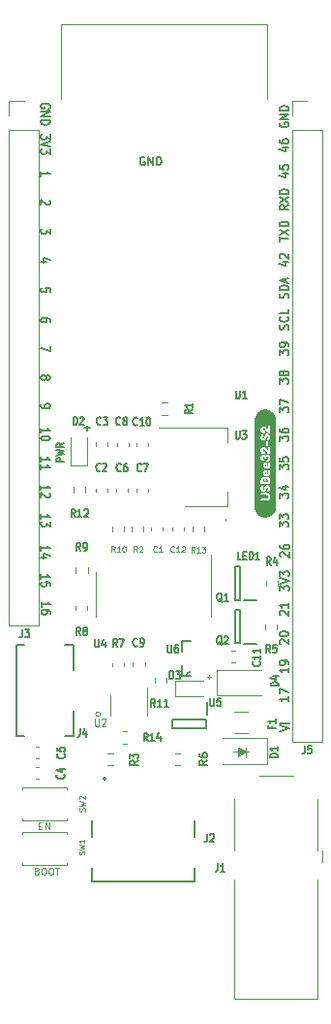
<source format=gbr>
%TF.GenerationSoftware,KiCad,Pcbnew,5.1.5+dfsg1-2build2*%
%TF.CreationDate,2021-10-10T13:01:52+05:30*%
%TF.ProjectId,USBee32-S2,55534265-6533-4322-9d53-322e6b696361,rev?*%
%TF.SameCoordinates,Original*%
%TF.FileFunction,Legend,Top*%
%TF.FilePolarity,Positive*%
%FSLAX46Y46*%
G04 Gerber Fmt 4.6, Leading zero omitted, Abs format (unit mm)*
G04 Created by KiCad (PCBNEW 5.1.5+dfsg1-2build2) date 2021-10-10 13:01:52*
%MOMM*%
%LPD*%
G04 APERTURE LIST*
%ADD10C,0.125000*%
%ADD11C,0.170000*%
%ADD12C,0.150000*%
%ADD13C,0.100000*%
%ADD14C,0.120000*%
%ADD15C,0.152400*%
%ADD16C,0.200000*%
%ADD17C,0.127000*%
G04 APERTURE END LIST*
D10*
X183451523Y-107020514D02*
X183832476Y-107020514D01*
X183642000Y-107210990D02*
X183642000Y-106830038D01*
D11*
X177996666Y-61660000D02*
X177930000Y-61626666D01*
X177830000Y-61626666D01*
X177730000Y-61660000D01*
X177663333Y-61726666D01*
X177630000Y-61793333D01*
X177596666Y-61926666D01*
X177596666Y-62026666D01*
X177630000Y-62160000D01*
X177663333Y-62226666D01*
X177730000Y-62293333D01*
X177830000Y-62326666D01*
X177896666Y-62326666D01*
X177996666Y-62293333D01*
X178030000Y-62260000D01*
X178030000Y-62026666D01*
X177896666Y-62026666D01*
X178330000Y-62326666D02*
X178330000Y-61626666D01*
X178730000Y-62326666D01*
X178730000Y-61626666D01*
X179063333Y-62326666D02*
X179063333Y-61626666D01*
X179230000Y-61626666D01*
X179330000Y-61660000D01*
X179396666Y-61726666D01*
X179430000Y-61793333D01*
X179463333Y-61926666D01*
X179463333Y-62026666D01*
X179430000Y-62160000D01*
X179396666Y-62226666D01*
X179330000Y-62293333D01*
X179230000Y-62326666D01*
X179063333Y-62326666D01*
D12*
X169721695Y-73403666D02*
X169721695Y-73070333D01*
X169340742Y-73037000D01*
X169378838Y-73070333D01*
X169416933Y-73137000D01*
X169416933Y-73303666D01*
X169378838Y-73370333D01*
X169340742Y-73403666D01*
X169264552Y-73437000D01*
X169074076Y-73437000D01*
X168997885Y-73403666D01*
X168959790Y-73370333D01*
X168921695Y-73303666D01*
X168921695Y-73137000D01*
X168959790Y-73070333D01*
X168997885Y-73037000D01*
X172954500Y-85499711D02*
X172954500Y-85042568D01*
X173221166Y-85271140D02*
X172687833Y-85271140D01*
X168972495Y-100891266D02*
X168972495Y-100491266D01*
X168972495Y-100691266D02*
X169772495Y-100691266D01*
X169658209Y-100624600D01*
X169582019Y-100557933D01*
X169543923Y-100491266D01*
X169772495Y-101491266D02*
X169772495Y-101357933D01*
X169734400Y-101291266D01*
X169696304Y-101257933D01*
X169582019Y-101191266D01*
X169429638Y-101157933D01*
X169124876Y-101157933D01*
X169048685Y-101191266D01*
X169010590Y-101224600D01*
X168972495Y-101291266D01*
X168972495Y-101424600D01*
X169010590Y-101491266D01*
X169048685Y-101524600D01*
X169124876Y-101557933D01*
X169315352Y-101557933D01*
X169391542Y-101524600D01*
X169429638Y-101491266D01*
X169467733Y-101424600D01*
X169467733Y-101291266D01*
X169429638Y-101224600D01*
X169391542Y-101191266D01*
X169315352Y-101157933D01*
X189851304Y-111737000D02*
X190651304Y-111503666D01*
X189851304Y-111270333D01*
X190651304Y-111037000D02*
X189851304Y-111037000D01*
X189851304Y-99503666D02*
X189851304Y-99070333D01*
X190156066Y-99303666D01*
X190156066Y-99203666D01*
X190194161Y-99137000D01*
X190232257Y-99103666D01*
X190308447Y-99070333D01*
X190498923Y-99070333D01*
X190575114Y-99103666D01*
X190613209Y-99137000D01*
X190651304Y-99203666D01*
X190651304Y-99403666D01*
X190613209Y-99470333D01*
X190575114Y-99503666D01*
X189851304Y-98870333D02*
X190651304Y-98637000D01*
X189851304Y-98403666D01*
X189851304Y-98237000D02*
X189851304Y-97803666D01*
X190156066Y-98037000D01*
X190156066Y-97937000D01*
X190194161Y-97870333D01*
X190232257Y-97837000D01*
X190308447Y-97803666D01*
X190498923Y-97803666D01*
X190575114Y-97837000D01*
X190613209Y-97870333D01*
X190651304Y-97937000D01*
X190651304Y-98137000D01*
X190613209Y-98203666D01*
X190575114Y-98237000D01*
X170971866Y-88235600D02*
X170271866Y-88235600D01*
X170271866Y-88007028D01*
X170305200Y-87949885D01*
X170338533Y-87921314D01*
X170405200Y-87892742D01*
X170505200Y-87892742D01*
X170571866Y-87921314D01*
X170605200Y-87949885D01*
X170638533Y-88007028D01*
X170638533Y-88235600D01*
X170271866Y-87692742D02*
X170971866Y-87549885D01*
X170471866Y-87435600D01*
X170971866Y-87321314D01*
X170271866Y-87178457D01*
X170971866Y-86607028D02*
X170638533Y-86807028D01*
X170971866Y-86949885D02*
X170271866Y-86949885D01*
X170271866Y-86721314D01*
X170305200Y-86664171D01*
X170338533Y-86635600D01*
X170405200Y-86607028D01*
X170505200Y-86607028D01*
X170571866Y-86635600D01*
X170605200Y-86664171D01*
X170638533Y-86721314D01*
X170638533Y-86949885D01*
D13*
X168747142Y-120007142D02*
X168947142Y-120007142D01*
X169032857Y-120321428D02*
X168747142Y-120321428D01*
X168747142Y-119721428D01*
X169032857Y-119721428D01*
X169290000Y-120321428D02*
X169290000Y-119721428D01*
X169632857Y-120321428D01*
X169632857Y-119721428D01*
X168605714Y-123937142D02*
X168691428Y-123965714D01*
X168720000Y-123994285D01*
X168748571Y-124051428D01*
X168748571Y-124137142D01*
X168720000Y-124194285D01*
X168691428Y-124222857D01*
X168634285Y-124251428D01*
X168405714Y-124251428D01*
X168405714Y-123651428D01*
X168605714Y-123651428D01*
X168662857Y-123680000D01*
X168691428Y-123708571D01*
X168720000Y-123765714D01*
X168720000Y-123822857D01*
X168691428Y-123880000D01*
X168662857Y-123908571D01*
X168605714Y-123937142D01*
X168405714Y-123937142D01*
X169120000Y-123651428D02*
X169234285Y-123651428D01*
X169291428Y-123680000D01*
X169348571Y-123737142D01*
X169377142Y-123851428D01*
X169377142Y-124051428D01*
X169348571Y-124165714D01*
X169291428Y-124222857D01*
X169234285Y-124251428D01*
X169120000Y-124251428D01*
X169062857Y-124222857D01*
X169005714Y-124165714D01*
X168977142Y-124051428D01*
X168977142Y-123851428D01*
X169005714Y-123737142D01*
X169062857Y-123680000D01*
X169120000Y-123651428D01*
X169748571Y-123651428D02*
X169862857Y-123651428D01*
X169920000Y-123680000D01*
X169977142Y-123737142D01*
X170005714Y-123851428D01*
X170005714Y-124051428D01*
X169977142Y-124165714D01*
X169920000Y-124222857D01*
X169862857Y-124251428D01*
X169748571Y-124251428D01*
X169691428Y-124222857D01*
X169634285Y-124165714D01*
X169605714Y-124051428D01*
X169605714Y-123851428D01*
X169634285Y-123737142D01*
X169691428Y-123680000D01*
X169748571Y-123651428D01*
X170177142Y-123651428D02*
X170520000Y-123651428D01*
X170348571Y-124251428D02*
X170348571Y-123651428D01*
D12*
X189927495Y-96528733D02*
X189889400Y-96495400D01*
X189851304Y-96428733D01*
X189851304Y-96262066D01*
X189889400Y-96195400D01*
X189927495Y-96162066D01*
X190003685Y-96128733D01*
X190079876Y-96128733D01*
X190194161Y-96162066D01*
X190651304Y-96562066D01*
X190651304Y-96128733D01*
X189851304Y-95528733D02*
X189851304Y-95662066D01*
X189889400Y-95728733D01*
X189927495Y-95762066D01*
X190041780Y-95828733D01*
X190194161Y-95862066D01*
X190498923Y-95862066D01*
X190575114Y-95828733D01*
X190613209Y-95795400D01*
X190651304Y-95728733D01*
X190651304Y-95595400D01*
X190613209Y-95528733D01*
X190575114Y-95495400D01*
X190498923Y-95462066D01*
X190308447Y-95462066D01*
X190232257Y-95495400D01*
X190194161Y-95528733D01*
X190156066Y-95595400D01*
X190156066Y-95728733D01*
X190194161Y-95795400D01*
X190232257Y-95828733D01*
X190308447Y-95862066D01*
X190591904Y-108723333D02*
X190591904Y-109123333D01*
X190591904Y-108923333D02*
X189791904Y-108923333D01*
X189906190Y-108990000D01*
X189982380Y-109056666D01*
X190020476Y-109123333D01*
X189791904Y-108490000D02*
X189791904Y-108023333D01*
X190591904Y-108323333D01*
X190591904Y-106223333D02*
X190591904Y-106623333D01*
X190591904Y-106423333D02*
X189791904Y-106423333D01*
X189906190Y-106490000D01*
X189982380Y-106556666D01*
X190020476Y-106623333D01*
X190591904Y-105890000D02*
X190591904Y-105756666D01*
X190553809Y-105690000D01*
X190515714Y-105656666D01*
X190401428Y-105590000D01*
X190249047Y-105556666D01*
X189944285Y-105556666D01*
X189868095Y-105590000D01*
X189830000Y-105623333D01*
X189791904Y-105690000D01*
X189791904Y-105823333D01*
X189830000Y-105890000D01*
X189868095Y-105923333D01*
X189944285Y-105956666D01*
X190134761Y-105956666D01*
X190210952Y-105923333D01*
X190249047Y-105890000D01*
X190287142Y-105823333D01*
X190287142Y-105690000D01*
X190249047Y-105623333D01*
X190210952Y-105590000D01*
X190134761Y-105556666D01*
X189868095Y-104123333D02*
X189830000Y-104090000D01*
X189791904Y-104023333D01*
X189791904Y-103856666D01*
X189830000Y-103790000D01*
X189868095Y-103756666D01*
X189944285Y-103723333D01*
X190020476Y-103723333D01*
X190134761Y-103756666D01*
X190591904Y-104156666D01*
X190591904Y-103723333D01*
X189791904Y-103290000D02*
X189791904Y-103223333D01*
X189830000Y-103156666D01*
X189868095Y-103123333D01*
X189944285Y-103090000D01*
X190096666Y-103056666D01*
X190287142Y-103056666D01*
X190439523Y-103090000D01*
X190515714Y-103123333D01*
X190553809Y-103156666D01*
X190591904Y-103223333D01*
X190591904Y-103290000D01*
X190553809Y-103356666D01*
X190515714Y-103390000D01*
X190439523Y-103423333D01*
X190287142Y-103456666D01*
X190096666Y-103456666D01*
X189944285Y-103423333D01*
X189868095Y-103390000D01*
X189830000Y-103356666D01*
X189791904Y-103290000D01*
X189868095Y-101623333D02*
X189830000Y-101590000D01*
X189791904Y-101523333D01*
X189791904Y-101356666D01*
X189830000Y-101290000D01*
X189868095Y-101256666D01*
X189944285Y-101223333D01*
X190020476Y-101223333D01*
X190134761Y-101256666D01*
X190591904Y-101656666D01*
X190591904Y-101223333D01*
X190591904Y-100556666D02*
X190591904Y-100956666D01*
X190591904Y-100756666D02*
X189791904Y-100756666D01*
X189906190Y-100823333D01*
X189982380Y-100890000D01*
X190020476Y-100956666D01*
X189791904Y-93906666D02*
X189791904Y-93473333D01*
X190096666Y-93706666D01*
X190096666Y-93606666D01*
X190134761Y-93540000D01*
X190172857Y-93506666D01*
X190249047Y-93473333D01*
X190439523Y-93473333D01*
X190515714Y-93506666D01*
X190553809Y-93540000D01*
X190591904Y-93606666D01*
X190591904Y-93806666D01*
X190553809Y-93873333D01*
X190515714Y-93906666D01*
X189791904Y-93240000D02*
X189791904Y-92806666D01*
X190096666Y-93040000D01*
X190096666Y-92940000D01*
X190134761Y-92873333D01*
X190172857Y-92840000D01*
X190249047Y-92806666D01*
X190439523Y-92806666D01*
X190515714Y-92840000D01*
X190553809Y-92873333D01*
X190591904Y-92940000D01*
X190591904Y-93140000D01*
X190553809Y-93206666D01*
X190515714Y-93240000D01*
X189791904Y-91406666D02*
X189791904Y-90973333D01*
X190096666Y-91206666D01*
X190096666Y-91106666D01*
X190134761Y-91040000D01*
X190172857Y-91006666D01*
X190249047Y-90973333D01*
X190439523Y-90973333D01*
X190515714Y-91006666D01*
X190553809Y-91040000D01*
X190591904Y-91106666D01*
X190591904Y-91306666D01*
X190553809Y-91373333D01*
X190515714Y-91406666D01*
X190058571Y-90373333D02*
X190591904Y-90373333D01*
X189753809Y-90540000D02*
X190325238Y-90706666D01*
X190325238Y-90273333D01*
X189791904Y-88906666D02*
X189791904Y-88473333D01*
X190096666Y-88706666D01*
X190096666Y-88606666D01*
X190134761Y-88540000D01*
X190172857Y-88506666D01*
X190249047Y-88473333D01*
X190439523Y-88473333D01*
X190515714Y-88506666D01*
X190553809Y-88540000D01*
X190591904Y-88606666D01*
X190591904Y-88806666D01*
X190553809Y-88873333D01*
X190515714Y-88906666D01*
X189791904Y-87840000D02*
X189791904Y-88173333D01*
X190172857Y-88206666D01*
X190134761Y-88173333D01*
X190096666Y-88106666D01*
X190096666Y-87940000D01*
X190134761Y-87873333D01*
X190172857Y-87840000D01*
X190249047Y-87806666D01*
X190439523Y-87806666D01*
X190515714Y-87840000D01*
X190553809Y-87873333D01*
X190591904Y-87940000D01*
X190591904Y-88106666D01*
X190553809Y-88173333D01*
X190515714Y-88206666D01*
X189791904Y-86406666D02*
X189791904Y-85973333D01*
X190096666Y-86206666D01*
X190096666Y-86106666D01*
X190134761Y-86040000D01*
X190172857Y-86006666D01*
X190249047Y-85973333D01*
X190439523Y-85973333D01*
X190515714Y-86006666D01*
X190553809Y-86040000D01*
X190591904Y-86106666D01*
X190591904Y-86306666D01*
X190553809Y-86373333D01*
X190515714Y-86406666D01*
X189791904Y-85373333D02*
X189791904Y-85506666D01*
X189830000Y-85573333D01*
X189868095Y-85606666D01*
X189982380Y-85673333D01*
X190134761Y-85706666D01*
X190439523Y-85706666D01*
X190515714Y-85673333D01*
X190553809Y-85640000D01*
X190591904Y-85573333D01*
X190591904Y-85440000D01*
X190553809Y-85373333D01*
X190515714Y-85340000D01*
X190439523Y-85306666D01*
X190249047Y-85306666D01*
X190172857Y-85340000D01*
X190134761Y-85373333D01*
X190096666Y-85440000D01*
X190096666Y-85573333D01*
X190134761Y-85640000D01*
X190172857Y-85673333D01*
X190249047Y-85706666D01*
X189791904Y-83906666D02*
X189791904Y-83473333D01*
X190096666Y-83706666D01*
X190096666Y-83606666D01*
X190134761Y-83540000D01*
X190172857Y-83506666D01*
X190249047Y-83473333D01*
X190439523Y-83473333D01*
X190515714Y-83506666D01*
X190553809Y-83540000D01*
X190591904Y-83606666D01*
X190591904Y-83806666D01*
X190553809Y-83873333D01*
X190515714Y-83906666D01*
X189791904Y-83240000D02*
X189791904Y-82773333D01*
X190591904Y-83073333D01*
X189791904Y-81406666D02*
X189791904Y-80973333D01*
X190096666Y-81206666D01*
X190096666Y-81106666D01*
X190134761Y-81040000D01*
X190172857Y-81006666D01*
X190249047Y-80973333D01*
X190439523Y-80973333D01*
X190515714Y-81006666D01*
X190553809Y-81040000D01*
X190591904Y-81106666D01*
X190591904Y-81306666D01*
X190553809Y-81373333D01*
X190515714Y-81406666D01*
X190134761Y-80573333D02*
X190096666Y-80640000D01*
X190058571Y-80673333D01*
X189982380Y-80706666D01*
X189944285Y-80706666D01*
X189868095Y-80673333D01*
X189830000Y-80640000D01*
X189791904Y-80573333D01*
X189791904Y-80440000D01*
X189830000Y-80373333D01*
X189868095Y-80340000D01*
X189944285Y-80306666D01*
X189982380Y-80306666D01*
X190058571Y-80340000D01*
X190096666Y-80373333D01*
X190134761Y-80440000D01*
X190134761Y-80573333D01*
X190172857Y-80640000D01*
X190210952Y-80673333D01*
X190287142Y-80706666D01*
X190439523Y-80706666D01*
X190515714Y-80673333D01*
X190553809Y-80640000D01*
X190591904Y-80573333D01*
X190591904Y-80440000D01*
X190553809Y-80373333D01*
X190515714Y-80340000D01*
X190439523Y-80306666D01*
X190287142Y-80306666D01*
X190210952Y-80340000D01*
X190172857Y-80373333D01*
X190134761Y-80440000D01*
X189791904Y-78906666D02*
X189791904Y-78473333D01*
X190096666Y-78706666D01*
X190096666Y-78606666D01*
X190134761Y-78540000D01*
X190172857Y-78506666D01*
X190249047Y-78473333D01*
X190439523Y-78473333D01*
X190515714Y-78506666D01*
X190553809Y-78540000D01*
X190591904Y-78606666D01*
X190591904Y-78806666D01*
X190553809Y-78873333D01*
X190515714Y-78906666D01*
X190591904Y-78140000D02*
X190591904Y-78006666D01*
X190553809Y-77940000D01*
X190515714Y-77906666D01*
X190401428Y-77840000D01*
X190249047Y-77806666D01*
X189944285Y-77806666D01*
X189868095Y-77840000D01*
X189830000Y-77873333D01*
X189791904Y-77940000D01*
X189791904Y-78073333D01*
X189830000Y-78140000D01*
X189868095Y-78173333D01*
X189944285Y-78206666D01*
X190134761Y-78206666D01*
X190210952Y-78173333D01*
X190249047Y-78140000D01*
X190287142Y-78073333D01*
X190287142Y-77940000D01*
X190249047Y-77873333D01*
X190210952Y-77840000D01*
X190134761Y-77806666D01*
X190553809Y-76673333D02*
X190591904Y-76573333D01*
X190591904Y-76406666D01*
X190553809Y-76340000D01*
X190515714Y-76306666D01*
X190439523Y-76273333D01*
X190363333Y-76273333D01*
X190287142Y-76306666D01*
X190249047Y-76340000D01*
X190210952Y-76406666D01*
X190172857Y-76540000D01*
X190134761Y-76606666D01*
X190096666Y-76640000D01*
X190020476Y-76673333D01*
X189944285Y-76673333D01*
X189868095Y-76640000D01*
X189830000Y-76606666D01*
X189791904Y-76540000D01*
X189791904Y-76373333D01*
X189830000Y-76273333D01*
X190515714Y-75573333D02*
X190553809Y-75606666D01*
X190591904Y-75706666D01*
X190591904Y-75773333D01*
X190553809Y-75873333D01*
X190477619Y-75940000D01*
X190401428Y-75973333D01*
X190249047Y-76006666D01*
X190134761Y-76006666D01*
X189982380Y-75973333D01*
X189906190Y-75940000D01*
X189830000Y-75873333D01*
X189791904Y-75773333D01*
X189791904Y-75706666D01*
X189830000Y-75606666D01*
X189868095Y-75573333D01*
X190591904Y-74940000D02*
X190591904Y-75273333D01*
X189791904Y-75273333D01*
X190553809Y-73940000D02*
X190591904Y-73840000D01*
X190591904Y-73673333D01*
X190553809Y-73606666D01*
X190515714Y-73573333D01*
X190439523Y-73540000D01*
X190363333Y-73540000D01*
X190287142Y-73573333D01*
X190249047Y-73606666D01*
X190210952Y-73673333D01*
X190172857Y-73806666D01*
X190134761Y-73873333D01*
X190096666Y-73906666D01*
X190020476Y-73940000D01*
X189944285Y-73940000D01*
X189868095Y-73906666D01*
X189830000Y-73873333D01*
X189791904Y-73806666D01*
X189791904Y-73640000D01*
X189830000Y-73540000D01*
X190591904Y-73240000D02*
X189791904Y-73240000D01*
X189791904Y-73073333D01*
X189830000Y-72973333D01*
X189906190Y-72906666D01*
X189982380Y-72873333D01*
X190134761Y-72840000D01*
X190249047Y-72840000D01*
X190401428Y-72873333D01*
X190477619Y-72906666D01*
X190553809Y-72973333D01*
X190591904Y-73073333D01*
X190591904Y-73240000D01*
X190363333Y-72573333D02*
X190363333Y-72240000D01*
X190591904Y-72640000D02*
X189791904Y-72406666D01*
X190591904Y-72173333D01*
X190058571Y-70790000D02*
X190591904Y-70790000D01*
X189753809Y-70956666D02*
X190325238Y-71123333D01*
X190325238Y-70690000D01*
X189868095Y-70456666D02*
X189830000Y-70423333D01*
X189791904Y-70356666D01*
X189791904Y-70190000D01*
X189830000Y-70123333D01*
X189868095Y-70090000D01*
X189944285Y-70056666D01*
X190020476Y-70056666D01*
X190134761Y-70090000D01*
X190591904Y-70490000D01*
X190591904Y-70056666D01*
X189791904Y-68973333D02*
X189791904Y-68573333D01*
X190591904Y-68773333D02*
X189791904Y-68773333D01*
X189791904Y-68406666D02*
X190591904Y-67940000D01*
X189791904Y-67940000D02*
X190591904Y-68406666D01*
X190591904Y-67673333D02*
X189791904Y-67673333D01*
X189791904Y-67506666D01*
X189830000Y-67406666D01*
X189906190Y-67340000D01*
X189982380Y-67306666D01*
X190134761Y-67273333D01*
X190249047Y-67273333D01*
X190401428Y-67306666D01*
X190477619Y-67340000D01*
X190553809Y-67406666D01*
X190591904Y-67506666D01*
X190591904Y-67673333D01*
X190591904Y-65806666D02*
X190210952Y-66040000D01*
X190591904Y-66206666D02*
X189791904Y-66206666D01*
X189791904Y-65940000D01*
X189830000Y-65873333D01*
X189868095Y-65840000D01*
X189944285Y-65806666D01*
X190058571Y-65806666D01*
X190134761Y-65840000D01*
X190172857Y-65873333D01*
X190210952Y-65940000D01*
X190210952Y-66206666D01*
X189791904Y-65573333D02*
X190591904Y-65106666D01*
X189791904Y-65106666D02*
X190591904Y-65573333D01*
X190591904Y-64840000D02*
X189791904Y-64840000D01*
X189791904Y-64673333D01*
X189830000Y-64573333D01*
X189906190Y-64506666D01*
X189982380Y-64473333D01*
X190134761Y-64440000D01*
X190249047Y-64440000D01*
X190401428Y-64473333D01*
X190477619Y-64506666D01*
X190553809Y-64573333D01*
X190591904Y-64673333D01*
X190591904Y-64840000D01*
X190058571Y-63040000D02*
X190591904Y-63040000D01*
X189753809Y-63206666D02*
X190325238Y-63373333D01*
X190325238Y-62940000D01*
X189791904Y-62340000D02*
X189791904Y-62673333D01*
X190172857Y-62706666D01*
X190134761Y-62673333D01*
X190096666Y-62606666D01*
X190096666Y-62440000D01*
X190134761Y-62373333D01*
X190172857Y-62340000D01*
X190249047Y-62306666D01*
X190439523Y-62306666D01*
X190515714Y-62340000D01*
X190553809Y-62373333D01*
X190591904Y-62440000D01*
X190591904Y-62606666D01*
X190553809Y-62673333D01*
X190515714Y-62706666D01*
X190058571Y-60790000D02*
X190591904Y-60790000D01*
X189753809Y-60956666D02*
X190325238Y-61123333D01*
X190325238Y-60690000D01*
X189791904Y-60123333D02*
X189791904Y-60256666D01*
X189830000Y-60323333D01*
X189868095Y-60356666D01*
X189982380Y-60423333D01*
X190134761Y-60456666D01*
X190439523Y-60456666D01*
X190515714Y-60423333D01*
X190553809Y-60390000D01*
X190591904Y-60323333D01*
X190591904Y-60190000D01*
X190553809Y-60123333D01*
X190515714Y-60090000D01*
X190439523Y-60056666D01*
X190249047Y-60056666D01*
X190172857Y-60090000D01*
X190134761Y-60123333D01*
X190096666Y-60190000D01*
X190096666Y-60323333D01*
X190134761Y-60390000D01*
X190172857Y-60423333D01*
X190249047Y-60456666D01*
X189830000Y-58623333D02*
X189791904Y-58690000D01*
X189791904Y-58790000D01*
X189830000Y-58890000D01*
X189906190Y-58956666D01*
X189982380Y-58990000D01*
X190134761Y-59023333D01*
X190249047Y-59023333D01*
X190401428Y-58990000D01*
X190477619Y-58956666D01*
X190553809Y-58890000D01*
X190591904Y-58790000D01*
X190591904Y-58723333D01*
X190553809Y-58623333D01*
X190515714Y-58590000D01*
X190249047Y-58590000D01*
X190249047Y-58723333D01*
X190591904Y-58290000D02*
X189791904Y-58290000D01*
X190591904Y-57890000D01*
X189791904Y-57890000D01*
X190591904Y-57556666D02*
X189791904Y-57556666D01*
X189791904Y-57390000D01*
X189830000Y-57290000D01*
X189906190Y-57223333D01*
X189982380Y-57190000D01*
X190134761Y-57156666D01*
X190249047Y-57156666D01*
X190401428Y-57190000D01*
X190477619Y-57223333D01*
X190553809Y-57290000D01*
X190591904Y-57390000D01*
X190591904Y-57556666D01*
X168918095Y-98456666D02*
X168918095Y-98056666D01*
X168918095Y-98256666D02*
X169718095Y-98256666D01*
X169603809Y-98190000D01*
X169527619Y-98123333D01*
X169489523Y-98056666D01*
X169718095Y-99090000D02*
X169718095Y-98756666D01*
X169337142Y-98723333D01*
X169375238Y-98756666D01*
X169413333Y-98823333D01*
X169413333Y-98990000D01*
X169375238Y-99056666D01*
X169337142Y-99090000D01*
X169260952Y-99123333D01*
X169070476Y-99123333D01*
X168994285Y-99090000D01*
X168956190Y-99056666D01*
X168918095Y-98990000D01*
X168918095Y-98823333D01*
X168956190Y-98756666D01*
X168994285Y-98723333D01*
X168918095Y-95976666D02*
X168918095Y-95576666D01*
X168918095Y-95776666D02*
X169718095Y-95776666D01*
X169603809Y-95710000D01*
X169527619Y-95643333D01*
X169489523Y-95576666D01*
X169451428Y-96576666D02*
X168918095Y-96576666D01*
X169756190Y-96410000D02*
X169184761Y-96243333D01*
X169184761Y-96676666D01*
X168918095Y-93206666D02*
X168918095Y-92806666D01*
X168918095Y-93006666D02*
X169718095Y-93006666D01*
X169603809Y-92940000D01*
X169527619Y-92873333D01*
X169489523Y-92806666D01*
X169718095Y-93440000D02*
X169718095Y-93873333D01*
X169413333Y-93640000D01*
X169413333Y-93740000D01*
X169375238Y-93806666D01*
X169337142Y-93840000D01*
X169260952Y-93873333D01*
X169070476Y-93873333D01*
X168994285Y-93840000D01*
X168956190Y-93806666D01*
X168918095Y-93740000D01*
X168918095Y-93540000D01*
X168956190Y-93473333D01*
X168994285Y-93440000D01*
X168918095Y-90706666D02*
X168918095Y-90306666D01*
X168918095Y-90506666D02*
X169718095Y-90506666D01*
X169603809Y-90440000D01*
X169527619Y-90373333D01*
X169489523Y-90306666D01*
X169641904Y-90973333D02*
X169680000Y-91006666D01*
X169718095Y-91073333D01*
X169718095Y-91240000D01*
X169680000Y-91306666D01*
X169641904Y-91340000D01*
X169565714Y-91373333D01*
X169489523Y-91373333D01*
X169375238Y-91340000D01*
X168918095Y-90940000D01*
X168918095Y-91373333D01*
X168918095Y-88226666D02*
X168918095Y-87826666D01*
X168918095Y-88026666D02*
X169718095Y-88026666D01*
X169603809Y-87960000D01*
X169527619Y-87893333D01*
X169489523Y-87826666D01*
X168918095Y-88893333D02*
X168918095Y-88493333D01*
X168918095Y-88693333D02*
X169718095Y-88693333D01*
X169603809Y-88626666D01*
X169527619Y-88560000D01*
X169489523Y-88493333D01*
X168918095Y-85706666D02*
X168918095Y-85306666D01*
X168918095Y-85506666D02*
X169718095Y-85506666D01*
X169603809Y-85440000D01*
X169527619Y-85373333D01*
X169489523Y-85306666D01*
X169718095Y-86140000D02*
X169718095Y-86206666D01*
X169680000Y-86273333D01*
X169641904Y-86306666D01*
X169565714Y-86340000D01*
X169413333Y-86373333D01*
X169222857Y-86373333D01*
X169070476Y-86340000D01*
X168994285Y-86306666D01*
X168956190Y-86273333D01*
X168918095Y-86206666D01*
X168918095Y-86140000D01*
X168956190Y-86073333D01*
X168994285Y-86040000D01*
X169070476Y-86006666D01*
X169222857Y-85973333D01*
X169413333Y-85973333D01*
X169565714Y-86006666D01*
X169641904Y-86040000D01*
X169680000Y-86073333D01*
X169718095Y-86140000D01*
X168918095Y-83226666D02*
X168918095Y-83360000D01*
X168956190Y-83426666D01*
X168994285Y-83460000D01*
X169108571Y-83526666D01*
X169260952Y-83560000D01*
X169565714Y-83560000D01*
X169641904Y-83526666D01*
X169680000Y-83493333D01*
X169718095Y-83426666D01*
X169718095Y-83293333D01*
X169680000Y-83226666D01*
X169641904Y-83193333D01*
X169565714Y-83160000D01*
X169375238Y-83160000D01*
X169299047Y-83193333D01*
X169260952Y-83226666D01*
X169222857Y-83293333D01*
X169222857Y-83426666D01*
X169260952Y-83493333D01*
X169299047Y-83526666D01*
X169375238Y-83560000D01*
X169375238Y-80793333D02*
X169413333Y-80726666D01*
X169451428Y-80693333D01*
X169527619Y-80660000D01*
X169565714Y-80660000D01*
X169641904Y-80693333D01*
X169680000Y-80726666D01*
X169718095Y-80793333D01*
X169718095Y-80926666D01*
X169680000Y-80993333D01*
X169641904Y-81026666D01*
X169565714Y-81060000D01*
X169527619Y-81060000D01*
X169451428Y-81026666D01*
X169413333Y-80993333D01*
X169375238Y-80926666D01*
X169375238Y-80793333D01*
X169337142Y-80726666D01*
X169299047Y-80693333D01*
X169222857Y-80660000D01*
X169070476Y-80660000D01*
X168994285Y-80693333D01*
X168956190Y-80726666D01*
X168918095Y-80793333D01*
X168918095Y-80926666D01*
X168956190Y-80993333D01*
X168994285Y-81026666D01*
X169070476Y-81060000D01*
X169222857Y-81060000D01*
X169299047Y-81026666D01*
X169337142Y-80993333D01*
X169375238Y-80926666D01*
X169718095Y-78126666D02*
X169718095Y-78593333D01*
X168918095Y-78293333D01*
X169718095Y-75993333D02*
X169718095Y-75860000D01*
X169680000Y-75793333D01*
X169641904Y-75760000D01*
X169527619Y-75693333D01*
X169375238Y-75660000D01*
X169070476Y-75660000D01*
X168994285Y-75693333D01*
X168956190Y-75726666D01*
X168918095Y-75793333D01*
X168918095Y-75926666D01*
X168956190Y-75993333D01*
X168994285Y-76026666D01*
X169070476Y-76060000D01*
X169260952Y-76060000D01*
X169337142Y-76026666D01*
X169375238Y-75993333D01*
X169413333Y-75926666D01*
X169413333Y-75793333D01*
X169375238Y-75726666D01*
X169337142Y-75693333D01*
X169260952Y-75660000D01*
X169451428Y-70743333D02*
X168918095Y-70743333D01*
X169756190Y-70576666D02*
X169184761Y-70410000D01*
X169184761Y-70843333D01*
X169718095Y-67876666D02*
X169718095Y-68310000D01*
X169413333Y-68076666D01*
X169413333Y-68176666D01*
X169375238Y-68243333D01*
X169337142Y-68276666D01*
X169260952Y-68310000D01*
X169070476Y-68310000D01*
X168994285Y-68276666D01*
X168956190Y-68243333D01*
X168918095Y-68176666D01*
X168918095Y-67976666D01*
X168956190Y-67910000D01*
X168994285Y-67876666D01*
X169641904Y-65410000D02*
X169680000Y-65443333D01*
X169718095Y-65510000D01*
X169718095Y-65676666D01*
X169680000Y-65743333D01*
X169641904Y-65776666D01*
X169565714Y-65810000D01*
X169489523Y-65810000D01*
X169375238Y-65776666D01*
X168918095Y-65376666D01*
X168918095Y-65810000D01*
X168918095Y-63310000D02*
X168918095Y-62910000D01*
X168918095Y-63110000D02*
X169718095Y-63110000D01*
X169603809Y-63043333D01*
X169527619Y-62976666D01*
X169489523Y-62910000D01*
X169718095Y-59633333D02*
X169718095Y-60066666D01*
X169413333Y-59833333D01*
X169413333Y-59933333D01*
X169375238Y-60000000D01*
X169337142Y-60033333D01*
X169260952Y-60066666D01*
X169070476Y-60066666D01*
X168994285Y-60033333D01*
X168956190Y-60000000D01*
X168918095Y-59933333D01*
X168918095Y-59733333D01*
X168956190Y-59666666D01*
X168994285Y-59633333D01*
X169718095Y-60266666D02*
X168918095Y-60500000D01*
X169718095Y-60733333D01*
X169718095Y-60900000D02*
X169718095Y-61333333D01*
X169413333Y-61100000D01*
X169413333Y-61200000D01*
X169375238Y-61266666D01*
X169337142Y-61300000D01*
X169260952Y-61333333D01*
X169070476Y-61333333D01*
X168994285Y-61300000D01*
X168956190Y-61266666D01*
X168918095Y-61200000D01*
X168918095Y-61000000D01*
X168956190Y-60933333D01*
X168994285Y-60900000D01*
X169680000Y-57346666D02*
X169718095Y-57280000D01*
X169718095Y-57180000D01*
X169680000Y-57080000D01*
X169603809Y-57013333D01*
X169527619Y-56980000D01*
X169375238Y-56946666D01*
X169260952Y-56946666D01*
X169108571Y-56980000D01*
X169032380Y-57013333D01*
X168956190Y-57080000D01*
X168918095Y-57180000D01*
X168918095Y-57246666D01*
X168956190Y-57346666D01*
X168994285Y-57380000D01*
X169260952Y-57380000D01*
X169260952Y-57246666D01*
X168918095Y-57680000D02*
X169718095Y-57680000D01*
X168918095Y-58080000D01*
X169718095Y-58080000D01*
X168918095Y-58413333D02*
X169718095Y-58413333D01*
X169718095Y-58580000D01*
X169680000Y-58680000D01*
X169603809Y-58746666D01*
X169527619Y-58780000D01*
X169375238Y-58813333D01*
X169260952Y-58813333D01*
X169108571Y-58780000D01*
X169032380Y-58746666D01*
X168956190Y-58680000D01*
X168918095Y-58580000D01*
X168918095Y-58413333D01*
D14*
X184354200Y-108653200D02*
X188239200Y-108653200D01*
X184354200Y-106383200D02*
X184354200Y-108653200D01*
X188239200Y-106383200D02*
X184354200Y-106383200D01*
D15*
X181254400Y-105994200D02*
X181254400Y-106883200D01*
X182067200Y-103886000D02*
X181254400Y-103886000D01*
X181254400Y-103886000D02*
X181254400Y-104775000D01*
X181254400Y-106883200D02*
X181660800Y-106883200D01*
X181660800Y-106883200D02*
X182067200Y-106883200D01*
X181660800Y-106883200D02*
G75*
G02X181991000Y-106578400I304749J1114D01*
G01*
D13*
X185112200Y-93265800D02*
G75*
G02X185112200Y-93365800I0J-50000D01*
G01*
X185112200Y-93365800D02*
G75*
G02X185112200Y-93265800I0J50000D01*
G01*
X185112200Y-93365800D02*
X185112200Y-93365800D01*
X185112200Y-93265800D02*
X185112200Y-93265800D01*
D14*
X193530000Y-123200000D02*
X193530000Y-122200000D01*
X188000000Y-115630000D02*
X191000000Y-115630000D01*
X193150000Y-122180000D02*
X193150000Y-117680000D01*
X185850000Y-122180000D02*
X185850000Y-117680000D01*
X193150000Y-135130000D02*
X193150000Y-124680000D01*
X185850000Y-135130000D02*
X193150000Y-135130000D01*
X185850000Y-135130000D02*
X185850000Y-124680000D01*
X176462779Y-111790000D02*
X176137221Y-111790000D01*
X176462779Y-112810000D02*
X176137221Y-112810000D01*
X182177500Y-93862742D02*
X182177500Y-94337258D01*
X183222500Y-93862742D02*
X183222500Y-94337258D01*
X173010000Y-101162779D02*
X173010000Y-100837221D01*
X171990000Y-101162779D02*
X171990000Y-100837221D01*
X176210000Y-106112779D02*
X176210000Y-105787221D01*
X175190000Y-106112779D02*
X175190000Y-105787221D01*
X190890000Y-56685000D02*
X192220000Y-56685000D01*
X190890000Y-58015000D02*
X190890000Y-56685000D01*
X190890000Y-59285000D02*
X193550000Y-59285000D01*
X193550000Y-59285000D02*
X193550000Y-112685000D01*
X190890000Y-59285000D02*
X190890000Y-112685000D01*
X190890000Y-112685000D02*
X193550000Y-112685000D01*
D16*
X183500000Y-109225000D02*
X183500000Y-110350000D01*
X180450000Y-110700000D02*
X183350000Y-110700000D01*
X180450000Y-111500000D02*
X180450000Y-110700000D01*
X183350000Y-111500000D02*
X180450000Y-111500000D01*
X183350000Y-110700000D02*
X183350000Y-111500000D01*
D14*
X173690000Y-99775000D02*
X173690000Y-101725000D01*
X173690000Y-99775000D02*
X173690000Y-97825000D01*
X183810000Y-99775000D02*
X183810000Y-101725000D01*
X183810000Y-99775000D02*
X183810000Y-96325000D01*
X167300000Y-123440000D02*
X167300000Y-123240000D01*
X171200000Y-123440000D02*
X171200000Y-123240000D01*
X167300000Y-120540000D02*
X167300000Y-120740000D01*
X171200000Y-120540000D02*
X171200000Y-120740000D01*
X171200000Y-123440000D02*
X167300000Y-123440000D01*
X167300000Y-120540000D02*
X171200000Y-120540000D01*
D16*
X174593980Y-115908620D02*
G75*
G03X174593980Y-115908620I-100000J0D01*
G01*
D17*
X173423980Y-124908620D02*
X173423980Y-123678620D01*
X182363980Y-124908620D02*
X173423980Y-124908620D01*
X182363980Y-123678620D02*
X182363980Y-124908620D01*
X182363980Y-119498620D02*
X182363980Y-120938620D01*
X173423980Y-119498620D02*
X173423980Y-120938620D01*
D13*
G36*
X188646676Y-88502239D02*
G01*
X188611116Y-88460011D01*
X188570000Y-88479458D01*
X188554442Y-88535021D01*
X188583891Y-88606696D01*
X188646676Y-88642256D01*
X188646676Y-88502239D01*
G37*
G36*
X188646676Y-89138985D02*
G01*
X188611116Y-89096758D01*
X188570000Y-89116204D01*
X188554442Y-89171767D01*
X188583891Y-89243443D01*
X188646676Y-89279003D01*
X188646676Y-89138985D01*
G37*
G36*
X188703350Y-89737949D02*
G01*
X188661123Y-89744061D01*
X188638898Y-89764619D01*
X188630008Y-89826849D01*
X188614450Y-89886856D01*
X188550553Y-89906859D01*
X188486656Y-89886301D01*
X188471099Y-89817959D01*
X188447762Y-89764619D01*
X188407757Y-89761285D01*
X188368864Y-89779621D01*
X188357751Y-89834628D01*
X188357751Y-89990203D01*
X188778915Y-89990203D01*
X188778915Y-89807958D01*
X188760024Y-89755451D01*
X188703350Y-89737949D01*
G37*
G36*
X187636206Y-91641520D02*
G01*
X188161060Y-91024221D01*
X188166616Y-90973659D01*
X188179951Y-90944766D01*
X188203287Y-90930320D01*
X188261072Y-90923653D01*
X188596670Y-90923653D01*
X188668346Y-90929348D01*
X188736688Y-90946433D01*
X188862259Y-90822529D01*
X188798362Y-90851421D01*
X188765441Y-90839475D01*
X188723353Y-90803638D01*
X188696683Y-90744741D01*
X188710573Y-90707514D01*
X188752245Y-90658064D01*
X188788361Y-90613614D01*
X188805585Y-90560274D01*
X188796201Y-90502859D01*
X188768049Y-90468410D01*
X188721130Y-90456928D01*
X188678347Y-90485264D01*
X188653344Y-90555829D01*
X188643204Y-90599723D01*
X188628341Y-90646951D01*
X188609588Y-90694179D01*
X188587780Y-90738074D01*
X188557637Y-90776829D01*
X188513882Y-90808638D01*
X188458180Y-90829891D01*
X188392200Y-90836975D01*
X188329785Y-90828888D01*
X188272926Y-90804625D01*
X188221623Y-90764188D01*
X188181186Y-90709799D01*
X188156924Y-90643679D01*
X188148836Y-90565830D01*
X188153142Y-90502072D01*
X188166061Y-90444148D01*
X188201065Y-90368028D01*
X188222179Y-90340246D01*
X188276630Y-90305798D01*
X188337749Y-90332468D01*
X188875594Y-90186894D01*
X188258850Y-90186894D01*
X188219956Y-90185227D01*
X188191064Y-90174670D01*
X188168561Y-90145222D01*
X188161060Y-90087993D01*
X188161060Y-89807958D01*
X188168962Y-89743505D01*
X188192669Y-89686461D01*
X188232180Y-89636825D01*
X188283544Y-89596697D01*
X188341329Y-89572620D01*
X188405535Y-89564594D01*
X188475822Y-89575151D01*
X188539996Y-89606821D01*
X188593954Y-89570397D01*
X188652109Y-89548542D01*
X188714463Y-89541258D01*
X188784533Y-89550703D01*
X188825464Y-89454580D01*
X188758419Y-89477916D01*
X188686681Y-89485695D01*
X188599572Y-89475632D01*
X188524933Y-89445443D01*
X188462764Y-89395128D01*
X188416154Y-89329750D01*
X188388187Y-89254370D01*
X188378865Y-89168989D01*
X188385671Y-89096896D01*
X188406091Y-89035083D01*
X188440123Y-88983549D01*
X188487767Y-88942294D01*
X188548192Y-88913957D01*
X188613894Y-88904511D01*
X188673346Y-88912985D01*
X188715018Y-88938404D01*
X188747800Y-89013414D01*
X188747800Y-89276780D01*
X188800029Y-89240109D01*
X188821143Y-89166766D01*
X188817809Y-89109259D01*
X188807808Y-89065643D01*
X188803363Y-89053419D01*
X188791139Y-89008969D01*
X188825464Y-88817834D01*
X188758419Y-88841170D01*
X188686681Y-88848949D01*
X188599572Y-88838886D01*
X188524933Y-88808697D01*
X188462764Y-88758382D01*
X188416154Y-88693003D01*
X188388187Y-88617624D01*
X188378865Y-88532243D01*
X188385671Y-88460150D01*
X188406091Y-88398337D01*
X188440123Y-88346803D01*
X188546664Y-87989953D01*
X188484712Y-87979673D01*
X188454430Y-87948836D01*
X188448874Y-87891051D01*
X188438039Y-87827710D01*
X188405535Y-87806596D01*
X188361085Y-87828821D01*
X188339971Y-87890496D01*
X188353306Y-87953281D01*
X188379976Y-87982174D01*
X188393311Y-87988841D01*
X188434983Y-88019956D01*
X188448874Y-88062184D01*
X188428871Y-88123303D01*
X188394145Y-88164974D01*
X188354417Y-88178865D01*
X188278852Y-88153306D01*
X188243848Y-88128859D01*
X188199954Y-88082742D01*
X188165505Y-88009399D01*
X188153837Y-87959532D01*
X188149947Y-87904386D01*
X188158591Y-87819684D01*
X188184520Y-87747824D01*
X188227735Y-87688804D01*
X188281754Y-87644971D01*
X188340095Y-87618672D01*
X188402757Y-87609905D01*
X188461591Y-87619536D01*
X188508449Y-87648428D01*
X188543330Y-87696583D01*
X188551109Y-87696583D01*
X188575001Y-87663801D01*
X188611116Y-87628796D01*
X188661123Y-87601293D01*
X188717796Y-87592125D01*
X188792435Y-87602003D01*
X188821281Y-87526145D01*
X188768358Y-87494891D01*
X188721408Y-87448913D01*
X188681681Y-87394323D01*
X188645843Y-87335426D01*
X188610561Y-87276530D01*
X188573195Y-87221940D01*
X188531106Y-87175962D01*
X188485267Y-87144708D01*
X188436650Y-87134290D01*
X188408313Y-87142069D01*
X188378309Y-87159293D01*
X188356640Y-87188741D01*
X188346639Y-87244304D01*
X188372753Y-87305978D01*
X188424426Y-87335426D01*
X188449985Y-87339871D01*
X188456652Y-87339871D01*
X188493324Y-87341538D01*
X188521105Y-87352095D01*
X188541107Y-87382099D01*
X188547775Y-87438773D01*
X188537218Y-87500725D01*
X188505548Y-87531006D01*
X188448874Y-87536563D01*
X188374482Y-87527364D01*
X188305399Y-87499768D01*
X188241626Y-87453774D01*
X188190693Y-87392903D01*
X188160134Y-87320671D01*
X188149947Y-87237081D01*
X188160257Y-87153428D01*
X188191187Y-87081012D01*
X188242737Y-87019831D01*
X188307498Y-86973529D01*
X188378062Y-86945748D01*
X188454430Y-86936488D01*
X188516104Y-86943433D01*
X188574445Y-86964269D01*
X188625563Y-86994828D01*
X188665568Y-87030944D01*
X188726964Y-87108731D01*
X188764469Y-87177629D01*
X188775581Y-87205410D01*
X188781138Y-87205410D01*
X188781138Y-87002051D01*
X188791694Y-86937043D01*
X188823921Y-86910929D01*
X188822254Y-86515324D01*
X188822254Y-86779801D01*
X188812808Y-86829530D01*
X188784471Y-86854255D01*
X188733354Y-86859811D01*
X188683348Y-86853144D01*
X188656678Y-86832030D01*
X188646676Y-86778690D01*
X188646676Y-86514213D01*
X188655844Y-86464762D01*
X188683348Y-86440870D01*
X188734465Y-86434203D01*
X188785027Y-86440314D01*
X188812253Y-86459761D01*
X188822254Y-86515324D01*
X188823921Y-86910929D01*
X188880594Y-86904261D01*
X188862259Y-86349748D01*
X188798362Y-86378640D01*
X188765441Y-86366694D01*
X188723353Y-86330856D01*
X188696683Y-86271960D01*
X188710573Y-86234733D01*
X188752245Y-86185283D01*
X188788361Y-86140833D01*
X188805585Y-86087493D01*
X188796201Y-86030078D01*
X188768049Y-85995629D01*
X188721130Y-85984146D01*
X188678347Y-86012483D01*
X188653344Y-86083048D01*
X188643204Y-86126942D01*
X188628341Y-86174170D01*
X188609588Y-86221398D01*
X188587780Y-86265293D01*
X188557637Y-86304047D01*
X188513882Y-86335857D01*
X188458180Y-86357110D01*
X188392200Y-86364194D01*
X188329785Y-86356106D01*
X188272926Y-86331844D01*
X188221623Y-86291407D01*
X188181186Y-86237017D01*
X188156924Y-86170898D01*
X188148836Y-86093049D01*
X188153142Y-86029291D01*
X188166061Y-85971367D01*
X188201065Y-85895246D01*
X188222179Y-85867465D01*
X188276630Y-85833016D01*
X188337749Y-85859686D01*
X188379421Y-85898024D01*
X188393311Y-85937474D01*
X188371086Y-85995259D01*
X188359974Y-86008038D01*
X188345527Y-86025263D01*
X188331081Y-86084714D01*
X188348306Y-86144722D01*
X188396089Y-86168614D01*
X188445540Y-86140277D01*
X188471099Y-86069713D01*
X188479572Y-86025540D01*
X188491657Y-85977479D01*
X188507075Y-85929417D01*
X188525550Y-85885245D01*
X188552915Y-85846490D01*
X188595003Y-85814681D01*
X188650149Y-85793428D01*
X188716685Y-85786344D01*
X188784610Y-85793567D01*
X188821281Y-85720363D01*
X188768358Y-85689109D01*
X188721408Y-85643131D01*
X188681681Y-85588541D01*
X188645843Y-85529645D01*
X188610561Y-85470749D01*
X188573195Y-85416159D01*
X188531106Y-85370181D01*
X188485267Y-85338927D01*
X188436650Y-85328509D01*
X188408313Y-85336288D01*
X188378309Y-85353512D01*
X188356640Y-85382960D01*
X188346639Y-85438523D01*
X188372753Y-85500197D01*
X188424426Y-85529645D01*
X188449985Y-85534090D01*
X188456652Y-85534090D01*
X188493324Y-85535757D01*
X188521105Y-85546314D01*
X188541107Y-85576318D01*
X188547775Y-85632991D01*
X188537218Y-85694943D01*
X188505548Y-85725225D01*
X188448874Y-85730781D01*
X188374482Y-85721583D01*
X188305399Y-85693987D01*
X188241626Y-85647993D01*
X188190693Y-85587121D01*
X188160134Y-85514890D01*
X188149947Y-85431299D01*
X188160257Y-85347647D01*
X188191187Y-85275231D01*
X188242737Y-85214050D01*
X188307498Y-85167748D01*
X188378062Y-85139967D01*
X188454430Y-85130706D01*
X188516104Y-85137652D01*
X188574445Y-85158488D01*
X188625563Y-85189047D01*
X188665568Y-85225163D01*
X188726964Y-85302950D01*
X188764469Y-85371848D01*
X188775581Y-85399629D01*
X188781138Y-85399629D01*
X188781138Y-85196270D01*
X188791694Y-85131262D01*
X188823921Y-85105148D01*
X188880594Y-85098480D01*
X188936713Y-85105703D01*
X188965605Y-85129595D01*
X188978940Y-85198493D01*
X188978940Y-85632991D01*
X188948936Y-85701889D01*
X188878928Y-85730781D01*
X188821281Y-85720363D01*
X188784610Y-85793567D01*
X188843923Y-85815236D01*
X188892679Y-85848574D01*
X188928934Y-85890801D01*
X188961654Y-85952167D01*
X188981286Y-86016249D01*
X188987830Y-86083048D01*
X188984635Y-86133887D01*
X188975051Y-86181949D01*
X188943380Y-86257514D01*
X188908376Y-86307520D01*
X188874483Y-86339746D01*
X188862259Y-86349748D01*
X188880594Y-86904261D01*
X188936713Y-86911484D01*
X188965605Y-86935376D01*
X188978940Y-87004274D01*
X188978940Y-87438773D01*
X188948936Y-87507670D01*
X188878928Y-87536563D01*
X188821281Y-87526145D01*
X188792435Y-87602003D01*
X188857814Y-87631636D01*
X188913932Y-87681025D01*
X188956838Y-87745354D01*
X188982582Y-87819808D01*
X188991164Y-87904386D01*
X188982521Y-87988347D01*
X188956592Y-88062431D01*
X188913376Y-88126636D01*
X188878650Y-88158029D01*
X188834478Y-88185533D01*
X188805585Y-88197756D01*
X188794473Y-88199979D01*
X188734465Y-88212203D01*
X188686126Y-88184977D01*
X188670013Y-88103300D01*
X188681125Y-88044404D01*
X188738910Y-88011066D01*
X188792250Y-87949948D01*
X188798918Y-87903275D01*
X188792945Y-87852158D01*
X188775026Y-87816598D01*
X188721130Y-87788816D01*
X188668346Y-87816042D01*
X188645565Y-87880494D01*
X188643343Y-87931056D01*
X188632230Y-87959949D01*
X188603615Y-87982452D01*
X188546664Y-87989953D01*
X188440123Y-88346803D01*
X188487767Y-88305548D01*
X188548192Y-88277211D01*
X188613894Y-88267765D01*
X188673346Y-88276238D01*
X188715018Y-88301658D01*
X188747800Y-88376668D01*
X188747800Y-88640034D01*
X188800029Y-88603363D01*
X188821143Y-88530020D01*
X188817809Y-88472513D01*
X188807808Y-88428896D01*
X188803363Y-88416673D01*
X188791139Y-88372223D01*
X188841145Y-88311104D01*
X188892263Y-88296658D01*
X188935532Y-88311451D01*
X188966438Y-88355832D01*
X188984982Y-88429799D01*
X188991164Y-88533354D01*
X188984080Y-88611002D01*
X188962827Y-88679483D01*
X188929906Y-88736296D01*
X188887818Y-88778940D01*
X188825464Y-88817834D01*
X188791139Y-89008969D01*
X188841145Y-88947850D01*
X188892263Y-88933404D01*
X188935532Y-88948197D01*
X188966438Y-88992578D01*
X188984982Y-89066545D01*
X188991164Y-89170100D01*
X188984080Y-89247749D01*
X188962827Y-89316229D01*
X188929906Y-89373042D01*
X188887818Y-89415686D01*
X188825464Y-89454580D01*
X188784533Y-89550703D01*
X188846578Y-89576077D01*
X188900597Y-89617378D01*
X188942269Y-89670163D01*
X188967272Y-89729985D01*
X188975606Y-89796845D01*
X188975606Y-90089104D01*
X188965049Y-90150778D01*
X188933379Y-90180226D01*
X188875594Y-90186894D01*
X188337749Y-90332468D01*
X188379421Y-90370806D01*
X188393311Y-90410255D01*
X188371086Y-90468040D01*
X188359974Y-90480819D01*
X188345527Y-90498044D01*
X188331081Y-90557496D01*
X188348306Y-90617503D01*
X188396089Y-90641395D01*
X188445540Y-90613058D01*
X188471099Y-90542494D01*
X188479572Y-90498322D01*
X188491657Y-90450260D01*
X188507075Y-90402198D01*
X188525550Y-90358026D01*
X188552915Y-90319271D01*
X188595003Y-90287462D01*
X188650149Y-90266209D01*
X188716685Y-90259125D01*
X188784610Y-90266348D01*
X188843923Y-90288018D01*
X188892679Y-90321355D01*
X188928934Y-90363583D01*
X188961654Y-90424948D01*
X188981286Y-90489030D01*
X188987830Y-90555829D01*
X188984635Y-90606668D01*
X188975051Y-90654730D01*
X188943380Y-90730295D01*
X188908376Y-90780301D01*
X188874483Y-90812528D01*
X188862259Y-90822529D01*
X188736688Y-90946433D01*
X188801696Y-90974909D01*
X188863370Y-91014775D01*
X188914626Y-91065615D01*
X188955048Y-91129234D01*
X188981301Y-91202993D01*
X188990053Y-91284253D01*
X188981163Y-91365374D01*
X188954493Y-91438717D01*
X188913376Y-91501641D01*
X188861148Y-91551509D01*
X188800307Y-91590889D01*
X188735576Y-91619017D01*
X188666957Y-91635894D01*
X188594448Y-91641520D01*
X188259961Y-91641520D01*
X188220512Y-91639853D01*
X188191064Y-91629296D01*
X188167727Y-91599293D01*
X188161060Y-91542619D01*
X188167727Y-91485945D01*
X188191064Y-91457053D01*
X188261072Y-91443718D01*
X188594448Y-91443718D01*
X188660567Y-91435383D01*
X188723353Y-91410380D01*
X188773359Y-91360374D01*
X188792250Y-91281475D01*
X188777248Y-91210633D01*
X188732243Y-91160349D01*
X188667512Y-91130345D01*
X188593336Y-91120344D01*
X188253294Y-91120344D01*
X188192175Y-91109231D01*
X188167727Y-91077005D01*
X188161060Y-91024221D01*
X187636206Y-91641520D01*
X187636206Y-92154150D01*
X187640703Y-92245678D01*
X187654149Y-92336324D01*
X187676415Y-92425216D01*
X187707287Y-92511498D01*
X187746467Y-92594338D01*
X187793579Y-92672938D01*
X187848168Y-92746543D01*
X187909708Y-92814442D01*
X187977607Y-92875983D01*
X188051212Y-92930571D01*
X188129813Y-92977683D01*
X188212653Y-93016863D01*
X188298934Y-93047735D01*
X188387826Y-93070002D01*
X188478472Y-93083448D01*
X188570000Y-93087944D01*
X188661528Y-93083448D01*
X188752174Y-93070002D01*
X188841066Y-93047735D01*
X188927347Y-93016863D01*
X189010187Y-92977683D01*
X189088788Y-92930571D01*
X189162393Y-92875983D01*
X189230292Y-92814442D01*
X189291832Y-92746543D01*
X189346421Y-92672938D01*
X189393533Y-92594338D01*
X189432713Y-92511498D01*
X189463585Y-92425216D01*
X189485851Y-92336324D01*
X189499297Y-92245678D01*
X189503794Y-92154150D01*
X189503794Y-91641520D01*
X189503794Y-85098480D01*
X189503794Y-84585850D01*
X189499297Y-84494322D01*
X189485851Y-84403676D01*
X189463585Y-84314784D01*
X189432713Y-84228502D01*
X189393533Y-84145662D01*
X189346421Y-84067062D01*
X189291832Y-83993457D01*
X189230292Y-83925558D01*
X189162393Y-83864017D01*
X189088788Y-83809429D01*
X189010187Y-83762317D01*
X188927347Y-83723137D01*
X188841066Y-83692265D01*
X188752174Y-83669998D01*
X188661528Y-83656552D01*
X188570000Y-83652056D01*
X188478472Y-83656552D01*
X188387826Y-83669998D01*
X188298934Y-83692265D01*
X188212653Y-83723137D01*
X188129813Y-83762317D01*
X188051212Y-83809429D01*
X187977607Y-83864017D01*
X187909708Y-83925558D01*
X187848168Y-83993457D01*
X187793579Y-84067062D01*
X187746467Y-84145662D01*
X187707287Y-84228502D01*
X187676415Y-84314784D01*
X187654149Y-84403676D01*
X187640703Y-84494322D01*
X187636206Y-84585850D01*
X187636206Y-85098480D01*
X187636206Y-91641520D01*
G37*
D14*
X186850000Y-114010000D02*
X186850000Y-113160000D01*
X186850000Y-113560000D02*
X186850000Y-114010000D01*
X187100000Y-113560000D02*
X185750000Y-113560000D01*
X186800000Y-113560000D02*
X187100000Y-113560000D01*
D13*
G36*
X186850000Y-113560000D02*
G01*
X186200000Y-113960000D01*
X186200000Y-113160000D01*
X186850000Y-113560000D01*
G37*
X186850000Y-113560000D02*
X186200000Y-113960000D01*
X186200000Y-113160000D01*
X186850000Y-113560000D01*
D14*
X188685000Y-112375000D02*
X184800000Y-112375000D01*
X188685000Y-114645000D02*
X188685000Y-112375000D01*
X184800000Y-114645000D02*
X188685000Y-114645000D01*
D16*
X171750000Y-104225000D02*
X171000000Y-104225000D01*
X171750000Y-106450000D02*
X171750000Y-104225000D01*
X171750000Y-112175000D02*
X171750000Y-109950000D01*
X171000000Y-112175000D02*
X171750000Y-112175000D01*
X166750000Y-112175000D02*
X167500000Y-112175000D01*
X166750000Y-104225000D02*
X167500000Y-104225000D01*
X166750000Y-112175000D02*
X166750000Y-104225000D01*
D13*
X174124000Y-110283000D02*
G75*
G03X174124000Y-110283000I-200000J0D01*
G01*
D14*
X178010000Y-106087779D02*
X178010000Y-105762221D01*
X176990000Y-106087779D02*
X176990000Y-105762221D01*
X175237258Y-114732500D02*
X174762742Y-114732500D01*
X175237258Y-113687500D02*
X174762742Y-113687500D01*
D16*
X187750000Y-100350000D02*
X186700000Y-100350000D01*
X186350000Y-97400000D02*
X186350000Y-100300000D01*
X185900000Y-97400000D02*
X186350000Y-97400000D01*
X185900000Y-100300000D02*
X185900000Y-97400000D01*
X186350000Y-100300000D02*
X185900000Y-100300000D01*
X187750000Y-104100000D02*
X186700000Y-104100000D01*
X186350000Y-101150000D02*
X186350000Y-104050000D01*
X185900000Y-101150000D02*
X186350000Y-101150000D01*
X185900000Y-104050000D02*
X185900000Y-101150000D01*
X186350000Y-104050000D02*
X185900000Y-104050000D01*
D14*
X178260000Y-110400000D02*
X178260000Y-107950000D01*
X175040000Y-108600000D02*
X175040000Y-110400000D01*
X185252500Y-92102900D02*
X185252500Y-90842900D01*
X185252500Y-85282900D02*
X185252500Y-86542900D01*
X181492500Y-92102900D02*
X185252500Y-92102900D01*
X179242500Y-85282900D02*
X185252500Y-85282900D01*
D13*
X170680000Y-56540000D02*
X170680000Y-50040000D01*
X170680000Y-50040000D02*
X188680000Y-50040000D01*
X188680000Y-50040000D02*
X188680000Y-56540000D01*
D16*
X169680000Y-57540000D02*
X169680000Y-57540000D01*
X169480000Y-57540000D02*
X169480000Y-57540000D01*
X169680000Y-57540000D02*
G75*
G02X169480000Y-57540000I-100000J0D01*
G01*
X169480000Y-57540000D02*
G75*
G02X169680000Y-57540000I100000J0D01*
G01*
D14*
X175177500Y-94337258D02*
X175177500Y-93862742D01*
X176222500Y-94337258D02*
X176222500Y-93862742D01*
X180661600Y-108685800D02*
X183146600Y-108685800D01*
X180661600Y-107315800D02*
X180661600Y-108685800D01*
X183146600Y-107315800D02*
X180661600Y-107315800D01*
X178877700Y-107077742D02*
X178877700Y-107552258D01*
X179922700Y-107077742D02*
X179922700Y-107552258D01*
X176600800Y-86609220D02*
X176600800Y-86890380D01*
X175580800Y-86609220D02*
X175580800Y-86890380D01*
X176562700Y-90596720D02*
X176562700Y-90877880D01*
X175542700Y-90596720D02*
X175542700Y-90877880D01*
X185797936Y-110100000D02*
X187002064Y-110100000D01*
X185797936Y-111920000D02*
X187002064Y-111920000D01*
X185609620Y-105767600D02*
X185890780Y-105767600D01*
X185609620Y-104747600D02*
X185890780Y-104747600D01*
X167300000Y-119540000D02*
X167300000Y-119340000D01*
X171200000Y-119540000D02*
X171200000Y-119340000D01*
X167300000Y-116640000D02*
X167300000Y-116840000D01*
X171200000Y-116640000D02*
X171200000Y-116840000D01*
X171200000Y-119540000D02*
X167300000Y-119540000D01*
X167300000Y-116640000D02*
X171200000Y-116640000D01*
X189597500Y-102412742D02*
X189597500Y-102887258D01*
X188552500Y-102412742D02*
X188552500Y-102887258D01*
X172816000Y-90411942D02*
X172816000Y-90886458D01*
X171771000Y-90411942D02*
X171771000Y-90886458D01*
X166100000Y-102525000D02*
X168760000Y-102525000D01*
X166100000Y-59285000D02*
X166100000Y-102525000D01*
X168760000Y-59285000D02*
X168760000Y-102525000D01*
X166100000Y-59285000D02*
X168760000Y-59285000D01*
X166100000Y-58015000D02*
X166100000Y-56685000D01*
X166100000Y-56685000D02*
X167430000Y-56685000D01*
X171567860Y-86064400D02*
X171567860Y-88549400D01*
X171567860Y-88549400D02*
X172937860Y-88549400D01*
X172937860Y-88549400D02*
X172937860Y-86064400D01*
X178328000Y-86583820D02*
X178328000Y-86864980D01*
X177308000Y-86583820D02*
X177308000Y-86864980D01*
X168459420Y-115910000D02*
X168740580Y-115910000D01*
X168459420Y-114890000D02*
X168740580Y-114890000D01*
X179610000Y-94245080D02*
X179610000Y-93963920D01*
X178590000Y-94245080D02*
X178590000Y-93963920D01*
X181410000Y-94240580D02*
X181410000Y-93959420D01*
X180390000Y-94240580D02*
X180390000Y-93959420D01*
X180637742Y-113687500D02*
X181112258Y-113687500D01*
X180637742Y-114732500D02*
X181112258Y-114732500D01*
X180003438Y-84110000D02*
X179528922Y-84110000D01*
X180003438Y-83065000D02*
X179528922Y-83065000D01*
X171977500Y-97937258D02*
X171977500Y-97462742D01*
X173022500Y-97937258D02*
X173022500Y-97462742D01*
X176877500Y-93862742D02*
X176877500Y-94337258D01*
X177922500Y-93862742D02*
X177922500Y-94337258D01*
X168489320Y-114134800D02*
X168770480Y-114134800D01*
X168489320Y-113114800D02*
X168770480Y-113114800D01*
X174772000Y-86839580D02*
X174772000Y-86558420D01*
X173752000Y-86839580D02*
X173752000Y-86558420D01*
X173739300Y-90545920D02*
X173739300Y-90827080D01*
X174759300Y-90545920D02*
X174759300Y-90827080D01*
X177295300Y-90597020D02*
X177295300Y-90878180D01*
X178315300Y-90597020D02*
X178315300Y-90878180D01*
X188602500Y-99087258D02*
X188602500Y-98612742D01*
X189647500Y-99087258D02*
X189647500Y-98612742D01*
D12*
X189724466Y-107808657D02*
X189024466Y-107808657D01*
X189024466Y-107665800D01*
X189057800Y-107580085D01*
X189124466Y-107522942D01*
X189191133Y-107494371D01*
X189324466Y-107465800D01*
X189424466Y-107465800D01*
X189557800Y-107494371D01*
X189624466Y-107522942D01*
X189691133Y-107580085D01*
X189724466Y-107665800D01*
X189724466Y-107808657D01*
X189257800Y-106951514D02*
X189724466Y-106951514D01*
X188991133Y-107094371D02*
X189491133Y-107237228D01*
X189491133Y-106865800D01*
X180009857Y-104188466D02*
X180009857Y-104755133D01*
X180038428Y-104821800D01*
X180067000Y-104855133D01*
X180124142Y-104888466D01*
X180238428Y-104888466D01*
X180295571Y-104855133D01*
X180324142Y-104821800D01*
X180352714Y-104755133D01*
X180352714Y-104188466D01*
X180895571Y-104188466D02*
X180781285Y-104188466D01*
X180724142Y-104221800D01*
X180695571Y-104255133D01*
X180638428Y-104355133D01*
X180609857Y-104488466D01*
X180609857Y-104755133D01*
X180638428Y-104821800D01*
X180667000Y-104855133D01*
X180724142Y-104888466D01*
X180838428Y-104888466D01*
X180895571Y-104855133D01*
X180924142Y-104821800D01*
X180952714Y-104755133D01*
X180952714Y-104588466D01*
X180924142Y-104521800D01*
X180895571Y-104488466D01*
X180838428Y-104455133D01*
X180724142Y-104455133D01*
X180667000Y-104488466D01*
X180638428Y-104521800D01*
X180609857Y-104588466D01*
X186424971Y-96760466D02*
X186139257Y-96760466D01*
X186139257Y-96060466D01*
X186624971Y-96393800D02*
X186824971Y-96393800D01*
X186910685Y-96760466D02*
X186624971Y-96760466D01*
X186624971Y-96060466D01*
X186910685Y-96060466D01*
X187167828Y-96760466D02*
X187167828Y-96060466D01*
X187310685Y-96060466D01*
X187396400Y-96093800D01*
X187453542Y-96160466D01*
X187482114Y-96227133D01*
X187510685Y-96360466D01*
X187510685Y-96460466D01*
X187482114Y-96593800D01*
X187453542Y-96660466D01*
X187396400Y-96727133D01*
X187310685Y-96760466D01*
X187167828Y-96760466D01*
X188082114Y-96760466D02*
X187739257Y-96760466D01*
X187910685Y-96760466D02*
X187910685Y-96060466D01*
X187853542Y-96160466D01*
X187796400Y-96227133D01*
X187739257Y-96260466D01*
X184420000Y-123296666D02*
X184420000Y-123796666D01*
X184391428Y-123896666D01*
X184334285Y-123963333D01*
X184248571Y-123996666D01*
X184191428Y-123996666D01*
X185020000Y-123996666D02*
X184677142Y-123996666D01*
X184848571Y-123996666D02*
X184848571Y-123296666D01*
X184791428Y-123396666D01*
X184734285Y-123463333D01*
X184677142Y-123496666D01*
X178284285Y-112606666D02*
X178084285Y-112273333D01*
X177941428Y-112606666D02*
X177941428Y-111906666D01*
X178170000Y-111906666D01*
X178227142Y-111940000D01*
X178255714Y-111973333D01*
X178284285Y-112040000D01*
X178284285Y-112140000D01*
X178255714Y-112206666D01*
X178227142Y-112240000D01*
X178170000Y-112273333D01*
X177941428Y-112273333D01*
X178855714Y-112606666D02*
X178512857Y-112606666D01*
X178684285Y-112606666D02*
X178684285Y-111906666D01*
X178627142Y-112006666D01*
X178570000Y-112073333D01*
X178512857Y-112106666D01*
X179370000Y-112140000D02*
X179370000Y-112606666D01*
X179227142Y-111873333D02*
X179084285Y-112373333D01*
X179455714Y-112373333D01*
D13*
X182378571Y-96136190D02*
X182211904Y-95898095D01*
X182092857Y-96136190D02*
X182092857Y-95636190D01*
X182283333Y-95636190D01*
X182330952Y-95660000D01*
X182354761Y-95683809D01*
X182378571Y-95731428D01*
X182378571Y-95802857D01*
X182354761Y-95850476D01*
X182330952Y-95874285D01*
X182283333Y-95898095D01*
X182092857Y-95898095D01*
X182854761Y-96136190D02*
X182569047Y-96136190D01*
X182711904Y-96136190D02*
X182711904Y-95636190D01*
X182664285Y-95707619D01*
X182616666Y-95755238D01*
X182569047Y-95779047D01*
X183021428Y-95636190D02*
X183330952Y-95636190D01*
X183164285Y-95826666D01*
X183235714Y-95826666D01*
X183283333Y-95850476D01*
X183307142Y-95874285D01*
X183330952Y-95921904D01*
X183330952Y-96040952D01*
X183307142Y-96088571D01*
X183283333Y-96112380D01*
X183235714Y-96136190D01*
X183092857Y-96136190D01*
X183045238Y-96112380D01*
X183021428Y-96088571D01*
D12*
X172390000Y-103376666D02*
X172190000Y-103043333D01*
X172047142Y-103376666D02*
X172047142Y-102676666D01*
X172275714Y-102676666D01*
X172332857Y-102710000D01*
X172361428Y-102743333D01*
X172390000Y-102810000D01*
X172390000Y-102910000D01*
X172361428Y-102976666D01*
X172332857Y-103010000D01*
X172275714Y-103043333D01*
X172047142Y-103043333D01*
X172732857Y-102976666D02*
X172675714Y-102943333D01*
X172647142Y-102910000D01*
X172618571Y-102843333D01*
X172618571Y-102810000D01*
X172647142Y-102743333D01*
X172675714Y-102710000D01*
X172732857Y-102676666D01*
X172847142Y-102676666D01*
X172904285Y-102710000D01*
X172932857Y-102743333D01*
X172961428Y-102810000D01*
X172961428Y-102843333D01*
X172932857Y-102910000D01*
X172904285Y-102943333D01*
X172847142Y-102976666D01*
X172732857Y-102976666D01*
X172675714Y-103010000D01*
X172647142Y-103043333D01*
X172618571Y-103110000D01*
X172618571Y-103243333D01*
X172647142Y-103310000D01*
X172675714Y-103343333D01*
X172732857Y-103376666D01*
X172847142Y-103376666D01*
X172904285Y-103343333D01*
X172932857Y-103310000D01*
X172961428Y-103243333D01*
X172961428Y-103110000D01*
X172932857Y-103043333D01*
X172904285Y-103010000D01*
X172847142Y-102976666D01*
X175600000Y-104376666D02*
X175400000Y-104043333D01*
X175257142Y-104376666D02*
X175257142Y-103676666D01*
X175485714Y-103676666D01*
X175542857Y-103710000D01*
X175571428Y-103743333D01*
X175600000Y-103810000D01*
X175600000Y-103910000D01*
X175571428Y-103976666D01*
X175542857Y-104010000D01*
X175485714Y-104043333D01*
X175257142Y-104043333D01*
X175800000Y-103676666D02*
X176200000Y-103676666D01*
X175942857Y-104376666D01*
X192011040Y-112997986D02*
X192011040Y-113497986D01*
X191982468Y-113597986D01*
X191925325Y-113664653D01*
X191839611Y-113697986D01*
X191782468Y-113697986D01*
X192582468Y-112997986D02*
X192296754Y-112997986D01*
X192268182Y-113331320D01*
X192296754Y-113297986D01*
X192353897Y-113264653D01*
X192496754Y-113264653D01*
X192553897Y-113297986D01*
X192582468Y-113331320D01*
X192611040Y-113397986D01*
X192611040Y-113564653D01*
X192582468Y-113631320D01*
X192553897Y-113664653D01*
X192496754Y-113697986D01*
X192353897Y-113697986D01*
X192296754Y-113664653D01*
X192268182Y-113631320D01*
X183748737Y-108862066D02*
X183748737Y-109428733D01*
X183777308Y-109495400D01*
X183805880Y-109528733D01*
X183863022Y-109562066D01*
X183977308Y-109562066D01*
X184034451Y-109528733D01*
X184063022Y-109495400D01*
X184091594Y-109428733D01*
X184091594Y-108862066D01*
X184663022Y-108862066D02*
X184377308Y-108862066D01*
X184348737Y-109195400D01*
X184377308Y-109162066D01*
X184434451Y-109128733D01*
X184577308Y-109128733D01*
X184634451Y-109162066D01*
X184663022Y-109195400D01*
X184691594Y-109262066D01*
X184691594Y-109428733D01*
X184663022Y-109495400D01*
X184634451Y-109528733D01*
X184577308Y-109562066D01*
X184434451Y-109562066D01*
X184377308Y-109528733D01*
X184348737Y-109495400D01*
X173662857Y-103726666D02*
X173662857Y-104293333D01*
X173691428Y-104360000D01*
X173720000Y-104393333D01*
X173777142Y-104426666D01*
X173891428Y-104426666D01*
X173948571Y-104393333D01*
X173977142Y-104360000D01*
X174005714Y-104293333D01*
X174005714Y-103726666D01*
X174548571Y-103960000D02*
X174548571Y-104426666D01*
X174405714Y-103693333D02*
X174262857Y-104193333D01*
X174634285Y-104193333D01*
D13*
X172732380Y-122536666D02*
X172756190Y-122465238D01*
X172756190Y-122346190D01*
X172732380Y-122298571D01*
X172708571Y-122274761D01*
X172660952Y-122250952D01*
X172613333Y-122250952D01*
X172565714Y-122274761D01*
X172541904Y-122298571D01*
X172518095Y-122346190D01*
X172494285Y-122441428D01*
X172470476Y-122489047D01*
X172446666Y-122512857D01*
X172399047Y-122536666D01*
X172351428Y-122536666D01*
X172303809Y-122512857D01*
X172280000Y-122489047D01*
X172256190Y-122441428D01*
X172256190Y-122322380D01*
X172280000Y-122250952D01*
X172256190Y-122084285D02*
X172756190Y-121965238D01*
X172399047Y-121870000D01*
X172756190Y-121774761D01*
X172256190Y-121655714D01*
X172756190Y-121203333D02*
X172756190Y-121489047D01*
X172756190Y-121346190D02*
X172256190Y-121346190D01*
X172327619Y-121393809D01*
X172375238Y-121441428D01*
X172399047Y-121489047D01*
D12*
X183463980Y-120725286D02*
X183463980Y-121225286D01*
X183435408Y-121325286D01*
X183378265Y-121391953D01*
X183292551Y-121425286D01*
X183235408Y-121425286D01*
X183721122Y-120791953D02*
X183749694Y-120758620D01*
X183806837Y-120725286D01*
X183949694Y-120725286D01*
X184006837Y-120758620D01*
X184035408Y-120791953D01*
X184063980Y-120858620D01*
X184063980Y-120925286D01*
X184035408Y-121025286D01*
X183692551Y-121425286D01*
X184063980Y-121425286D01*
X189686666Y-114052857D02*
X188986666Y-114052857D01*
X188986666Y-113910000D01*
X189020000Y-113824285D01*
X189086666Y-113767142D01*
X189153333Y-113738571D01*
X189286666Y-113710000D01*
X189386666Y-113710000D01*
X189520000Y-113738571D01*
X189586666Y-113767142D01*
X189653333Y-113824285D01*
X189686666Y-113910000D01*
X189686666Y-114052857D01*
X189686666Y-113138571D02*
X189686666Y-113481428D01*
X189686666Y-113310000D02*
X188986666Y-113310000D01*
X189086666Y-113367142D01*
X189153333Y-113424285D01*
X189186666Y-113481428D01*
X172340000Y-111526666D02*
X172340000Y-112026666D01*
X172311428Y-112126666D01*
X172254285Y-112193333D01*
X172168571Y-112226666D01*
X172111428Y-112226666D01*
X172882857Y-111760000D02*
X172882857Y-112226666D01*
X172740000Y-111493333D02*
X172597142Y-111993333D01*
X172968571Y-111993333D01*
X177360000Y-104280000D02*
X177331428Y-104313333D01*
X177245714Y-104346666D01*
X177188571Y-104346666D01*
X177102857Y-104313333D01*
X177045714Y-104246666D01*
X177017142Y-104180000D01*
X176988571Y-104046666D01*
X176988571Y-103946666D01*
X177017142Y-103813333D01*
X177045714Y-103746666D01*
X177102857Y-103680000D01*
X177188571Y-103646666D01*
X177245714Y-103646666D01*
X177331428Y-103680000D01*
X177360000Y-103713333D01*
X177645714Y-104346666D02*
X177760000Y-104346666D01*
X177817142Y-104313333D01*
X177845714Y-104280000D01*
X177902857Y-104180000D01*
X177931428Y-104046666D01*
X177931428Y-103780000D01*
X177902857Y-103713333D01*
X177874285Y-103680000D01*
X177817142Y-103646666D01*
X177702857Y-103646666D01*
X177645714Y-103680000D01*
X177617142Y-103713333D01*
X177588571Y-103780000D01*
X177588571Y-103946666D01*
X177617142Y-104013333D01*
X177645714Y-104046666D01*
X177702857Y-104080000D01*
X177817142Y-104080000D01*
X177874285Y-104046666D01*
X177902857Y-104013333D01*
X177931428Y-103946666D01*
X177426666Y-114330000D02*
X177093333Y-114530000D01*
X177426666Y-114672857D02*
X176726666Y-114672857D01*
X176726666Y-114444285D01*
X176760000Y-114387142D01*
X176793333Y-114358571D01*
X176860000Y-114330000D01*
X176960000Y-114330000D01*
X177026666Y-114358571D01*
X177060000Y-114387142D01*
X177093333Y-114444285D01*
X177093333Y-114672857D01*
X176726666Y-114130000D02*
X176726666Y-113758571D01*
X176993333Y-113958571D01*
X176993333Y-113872857D01*
X177026666Y-113815714D01*
X177060000Y-113787142D01*
X177126666Y-113758571D01*
X177293333Y-113758571D01*
X177360000Y-113787142D01*
X177393333Y-113815714D01*
X177426666Y-113872857D01*
X177426666Y-114044285D01*
X177393333Y-114101428D01*
X177360000Y-114130000D01*
X184782857Y-100463333D02*
X184725714Y-100430000D01*
X184668571Y-100363333D01*
X184582857Y-100263333D01*
X184525714Y-100230000D01*
X184468571Y-100230000D01*
X184497142Y-100396666D02*
X184440000Y-100363333D01*
X184382857Y-100296666D01*
X184354285Y-100163333D01*
X184354285Y-99930000D01*
X184382857Y-99796666D01*
X184440000Y-99730000D01*
X184497142Y-99696666D01*
X184611428Y-99696666D01*
X184668571Y-99730000D01*
X184725714Y-99796666D01*
X184754285Y-99930000D01*
X184754285Y-100163333D01*
X184725714Y-100296666D01*
X184668571Y-100363333D01*
X184611428Y-100396666D01*
X184497142Y-100396666D01*
X185325714Y-100396666D02*
X184982857Y-100396666D01*
X185154285Y-100396666D02*
X185154285Y-99696666D01*
X185097142Y-99796666D01*
X185040000Y-99863333D01*
X184982857Y-99896666D01*
X184772857Y-104223333D02*
X184715714Y-104190000D01*
X184658571Y-104123333D01*
X184572857Y-104023333D01*
X184515714Y-103990000D01*
X184458571Y-103990000D01*
X184487142Y-104156666D02*
X184430000Y-104123333D01*
X184372857Y-104056666D01*
X184344285Y-103923333D01*
X184344285Y-103690000D01*
X184372857Y-103556666D01*
X184430000Y-103490000D01*
X184487142Y-103456666D01*
X184601428Y-103456666D01*
X184658571Y-103490000D01*
X184715714Y-103556666D01*
X184744285Y-103690000D01*
X184744285Y-103923333D01*
X184715714Y-104056666D01*
X184658571Y-104123333D01*
X184601428Y-104156666D01*
X184487142Y-104156666D01*
X184972857Y-103523333D02*
X185001428Y-103490000D01*
X185058571Y-103456666D01*
X185201428Y-103456666D01*
X185258571Y-103490000D01*
X185287142Y-103523333D01*
X185315714Y-103590000D01*
X185315714Y-103656666D01*
X185287142Y-103756666D01*
X184944285Y-104156666D01*
X185315714Y-104156666D01*
D10*
X173672857Y-110636666D02*
X173672857Y-111203333D01*
X173701428Y-111270000D01*
X173730000Y-111303333D01*
X173787142Y-111336666D01*
X173901428Y-111336666D01*
X173958571Y-111303333D01*
X173987142Y-111270000D01*
X174015714Y-111203333D01*
X174015714Y-110636666D01*
X174272857Y-110703333D02*
X174301428Y-110670000D01*
X174358571Y-110636666D01*
X174501428Y-110636666D01*
X174558571Y-110670000D01*
X174587142Y-110703333D01*
X174615714Y-110770000D01*
X174615714Y-110836666D01*
X174587142Y-110936666D01*
X174244285Y-111336666D01*
X174615714Y-111336666D01*
D12*
X185970317Y-85535506D02*
X185970317Y-86102173D01*
X185998888Y-86168840D01*
X186027460Y-86202173D01*
X186084602Y-86235506D01*
X186198888Y-86235506D01*
X186256031Y-86202173D01*
X186284602Y-86168840D01*
X186313174Y-86102173D01*
X186313174Y-85535506D01*
X186541745Y-85535506D02*
X186913174Y-85535506D01*
X186713174Y-85802173D01*
X186798888Y-85802173D01*
X186856031Y-85835506D01*
X186884602Y-85868840D01*
X186913174Y-85935506D01*
X186913174Y-86102173D01*
X186884602Y-86168840D01*
X186856031Y-86202173D01*
X186798888Y-86235506D01*
X186627460Y-86235506D01*
X186570317Y-86202173D01*
X186541745Y-86168840D01*
X185985557Y-82004906D02*
X185985557Y-82571573D01*
X186014128Y-82638240D01*
X186042700Y-82671573D01*
X186099842Y-82704906D01*
X186214128Y-82704906D01*
X186271271Y-82671573D01*
X186299842Y-82638240D01*
X186328414Y-82571573D01*
X186328414Y-82004906D01*
X186928414Y-82704906D02*
X186585557Y-82704906D01*
X186756985Y-82704906D02*
X186756985Y-82004906D01*
X186699842Y-82104906D01*
X186642700Y-82171573D01*
X186585557Y-82204906D01*
D13*
X175391271Y-96104190D02*
X175224604Y-95866095D01*
X175105557Y-96104190D02*
X175105557Y-95604190D01*
X175296033Y-95604190D01*
X175343652Y-95628000D01*
X175367461Y-95651809D01*
X175391271Y-95699428D01*
X175391271Y-95770857D01*
X175367461Y-95818476D01*
X175343652Y-95842285D01*
X175296033Y-95866095D01*
X175105557Y-95866095D01*
X175867461Y-96104190D02*
X175581747Y-96104190D01*
X175724604Y-96104190D02*
X175724604Y-95604190D01*
X175676985Y-95675619D01*
X175629366Y-95723238D01*
X175581747Y-95747047D01*
X176176985Y-95604190D02*
X176224604Y-95604190D01*
X176272223Y-95628000D01*
X176296033Y-95651809D01*
X176319842Y-95699428D01*
X176343652Y-95794666D01*
X176343652Y-95913714D01*
X176319842Y-96008952D01*
X176296033Y-96056571D01*
X176272223Y-96080380D01*
X176224604Y-96104190D01*
X176176985Y-96104190D01*
X176129366Y-96080380D01*
X176105557Y-96056571D01*
X176081747Y-96008952D01*
X176057938Y-95913714D01*
X176057938Y-95794666D01*
X176081747Y-95699428D01*
X176105557Y-95651809D01*
X176129366Y-95628000D01*
X176176985Y-95604190D01*
D12*
X180201942Y-107174466D02*
X180201942Y-106474466D01*
X180344800Y-106474466D01*
X180430514Y-106507800D01*
X180487657Y-106574466D01*
X180516228Y-106641133D01*
X180544800Y-106774466D01*
X180544800Y-106874466D01*
X180516228Y-107007800D01*
X180487657Y-107074466D01*
X180430514Y-107141133D01*
X180344800Y-107174466D01*
X180201942Y-107174466D01*
X180744800Y-106474466D02*
X181116228Y-106474466D01*
X180916228Y-106741133D01*
X181001942Y-106741133D01*
X181059085Y-106774466D01*
X181087657Y-106807800D01*
X181116228Y-106874466D01*
X181116228Y-107041133D01*
X181087657Y-107107800D01*
X181059085Y-107141133D01*
X181001942Y-107174466D01*
X180830514Y-107174466D01*
X180773371Y-107141133D01*
X180744800Y-107107800D01*
X178938285Y-109638266D02*
X178738285Y-109304933D01*
X178595428Y-109638266D02*
X178595428Y-108938266D01*
X178824000Y-108938266D01*
X178881142Y-108971600D01*
X178909714Y-109004933D01*
X178938285Y-109071600D01*
X178938285Y-109171600D01*
X178909714Y-109238266D01*
X178881142Y-109271600D01*
X178824000Y-109304933D01*
X178595428Y-109304933D01*
X179509714Y-109638266D02*
X179166857Y-109638266D01*
X179338285Y-109638266D02*
X179338285Y-108938266D01*
X179281142Y-109038266D01*
X179224000Y-109104933D01*
X179166857Y-109138266D01*
X180081142Y-109638266D02*
X179738285Y-109638266D01*
X179909714Y-109638266D02*
X179909714Y-108938266D01*
X179852571Y-109038266D01*
X179795428Y-109104933D01*
X179738285Y-109138266D01*
X175889200Y-84967800D02*
X175860628Y-85001133D01*
X175774914Y-85034466D01*
X175717771Y-85034466D01*
X175632057Y-85001133D01*
X175574914Y-84934466D01*
X175546342Y-84867800D01*
X175517771Y-84734466D01*
X175517771Y-84634466D01*
X175546342Y-84501133D01*
X175574914Y-84434466D01*
X175632057Y-84367800D01*
X175717771Y-84334466D01*
X175774914Y-84334466D01*
X175860628Y-84367800D01*
X175889200Y-84401133D01*
X176232057Y-84634466D02*
X176174914Y-84601133D01*
X176146342Y-84567800D01*
X176117771Y-84501133D01*
X176117771Y-84467800D01*
X176146342Y-84401133D01*
X176174914Y-84367800D01*
X176232057Y-84334466D01*
X176346342Y-84334466D01*
X176403485Y-84367800D01*
X176432057Y-84401133D01*
X176460628Y-84467800D01*
X176460628Y-84501133D01*
X176432057Y-84567800D01*
X176403485Y-84601133D01*
X176346342Y-84634466D01*
X176232057Y-84634466D01*
X176174914Y-84667800D01*
X176146342Y-84701133D01*
X176117771Y-84767800D01*
X176117771Y-84901133D01*
X176146342Y-84967800D01*
X176174914Y-85001133D01*
X176232057Y-85034466D01*
X176346342Y-85034466D01*
X176403485Y-85001133D01*
X176432057Y-84967800D01*
X176460628Y-84901133D01*
X176460628Y-84767800D01*
X176432057Y-84701133D01*
X176403485Y-84667800D01*
X176346342Y-84634466D01*
X175920000Y-89020000D02*
X175891428Y-89053333D01*
X175805714Y-89086666D01*
X175748571Y-89086666D01*
X175662857Y-89053333D01*
X175605714Y-88986666D01*
X175577142Y-88920000D01*
X175548571Y-88786666D01*
X175548571Y-88686666D01*
X175577142Y-88553333D01*
X175605714Y-88486666D01*
X175662857Y-88420000D01*
X175748571Y-88386666D01*
X175805714Y-88386666D01*
X175891428Y-88420000D01*
X175920000Y-88453333D01*
X176434285Y-88386666D02*
X176320000Y-88386666D01*
X176262857Y-88420000D01*
X176234285Y-88453333D01*
X176177142Y-88553333D01*
X176148571Y-88686666D01*
X176148571Y-88953333D01*
X176177142Y-89020000D01*
X176205714Y-89053333D01*
X176262857Y-89086666D01*
X176377142Y-89086666D01*
X176434285Y-89053333D01*
X176462857Y-89020000D01*
X176491428Y-88953333D01*
X176491428Y-88786666D01*
X176462857Y-88720000D01*
X176434285Y-88686666D01*
X176377142Y-88653333D01*
X176262857Y-88653333D01*
X176205714Y-88686666D01*
X176177142Y-88720000D01*
X176148571Y-88786666D01*
X189120000Y-111320000D02*
X189120000Y-111520000D01*
X189486666Y-111520000D02*
X188786666Y-111520000D01*
X188786666Y-111234285D01*
X189486666Y-110691428D02*
X189486666Y-111034285D01*
X189486666Y-110862857D02*
X188786666Y-110862857D01*
X188886666Y-110920000D01*
X188953333Y-110977142D01*
X188986666Y-111034285D01*
X188083000Y-105694114D02*
X188116333Y-105722685D01*
X188149666Y-105808400D01*
X188149666Y-105865542D01*
X188116333Y-105951257D01*
X188049666Y-106008400D01*
X187983000Y-106036971D01*
X187849666Y-106065542D01*
X187749666Y-106065542D01*
X187616333Y-106036971D01*
X187549666Y-106008400D01*
X187483000Y-105951257D01*
X187449666Y-105865542D01*
X187449666Y-105808400D01*
X187483000Y-105722685D01*
X187516333Y-105694114D01*
X188149666Y-105122685D02*
X188149666Y-105465542D01*
X188149666Y-105294114D02*
X187449666Y-105294114D01*
X187549666Y-105351257D01*
X187616333Y-105408400D01*
X187649666Y-105465542D01*
X188149666Y-104551257D02*
X188149666Y-104894114D01*
X188149666Y-104722685D02*
X187449666Y-104722685D01*
X187549666Y-104779828D01*
X187616333Y-104836971D01*
X187649666Y-104894114D01*
D13*
X172762380Y-118736666D02*
X172786190Y-118665238D01*
X172786190Y-118546190D01*
X172762380Y-118498571D01*
X172738571Y-118474761D01*
X172690952Y-118450952D01*
X172643333Y-118450952D01*
X172595714Y-118474761D01*
X172571904Y-118498571D01*
X172548095Y-118546190D01*
X172524285Y-118641428D01*
X172500476Y-118689047D01*
X172476666Y-118712857D01*
X172429047Y-118736666D01*
X172381428Y-118736666D01*
X172333809Y-118712857D01*
X172310000Y-118689047D01*
X172286190Y-118641428D01*
X172286190Y-118522380D01*
X172310000Y-118450952D01*
X172286190Y-118284285D02*
X172786190Y-118165238D01*
X172429047Y-118070000D01*
X172786190Y-117974761D01*
X172286190Y-117855714D01*
X172333809Y-117689047D02*
X172310000Y-117665238D01*
X172286190Y-117617619D01*
X172286190Y-117498571D01*
X172310000Y-117450952D01*
X172333809Y-117427142D01*
X172381428Y-117403333D01*
X172429047Y-117403333D01*
X172500476Y-117427142D01*
X172786190Y-117712857D01*
X172786190Y-117403333D01*
D12*
X189003000Y-104888466D02*
X188803000Y-104555133D01*
X188660142Y-104888466D02*
X188660142Y-104188466D01*
X188888714Y-104188466D01*
X188945857Y-104221800D01*
X188974428Y-104255133D01*
X189003000Y-104321800D01*
X189003000Y-104421800D01*
X188974428Y-104488466D01*
X188945857Y-104521800D01*
X188888714Y-104555133D01*
X188660142Y-104555133D01*
X189545857Y-104188466D02*
X189260142Y-104188466D01*
X189231571Y-104521800D01*
X189260142Y-104488466D01*
X189317285Y-104455133D01*
X189460142Y-104455133D01*
X189517285Y-104488466D01*
X189545857Y-104521800D01*
X189574428Y-104588466D01*
X189574428Y-104755133D01*
X189545857Y-104821800D01*
X189517285Y-104855133D01*
X189460142Y-104888466D01*
X189317285Y-104888466D01*
X189260142Y-104855133D01*
X189231571Y-104821800D01*
X171920485Y-93060866D02*
X171720485Y-92727533D01*
X171577628Y-93060866D02*
X171577628Y-92360866D01*
X171806200Y-92360866D01*
X171863342Y-92394200D01*
X171891914Y-92427533D01*
X171920485Y-92494200D01*
X171920485Y-92594200D01*
X171891914Y-92660866D01*
X171863342Y-92694200D01*
X171806200Y-92727533D01*
X171577628Y-92727533D01*
X172491914Y-93060866D02*
X172149057Y-93060866D01*
X172320485Y-93060866D02*
X172320485Y-92360866D01*
X172263342Y-92460866D01*
X172206200Y-92527533D01*
X172149057Y-92560866D01*
X172720485Y-92427533D02*
X172749057Y-92394200D01*
X172806200Y-92360866D01*
X172949057Y-92360866D01*
X173006200Y-92394200D01*
X173034771Y-92427533D01*
X173063342Y-92494200D01*
X173063342Y-92560866D01*
X173034771Y-92660866D01*
X172691914Y-93060866D01*
X173063342Y-93060866D01*
X167305600Y-102851066D02*
X167305600Y-103351066D01*
X167277028Y-103451066D01*
X167219885Y-103517733D01*
X167134171Y-103551066D01*
X167077028Y-103551066D01*
X167534171Y-102851066D02*
X167905600Y-102851066D01*
X167705600Y-103117733D01*
X167791314Y-103117733D01*
X167848457Y-103151066D01*
X167877028Y-103184400D01*
X167905600Y-103251066D01*
X167905600Y-103417733D01*
X167877028Y-103484400D01*
X167848457Y-103517733D01*
X167791314Y-103551066D01*
X167619885Y-103551066D01*
X167562742Y-103517733D01*
X167534171Y-103484400D01*
X171787142Y-85009066D02*
X171787142Y-84309066D01*
X171930000Y-84309066D01*
X172015714Y-84342400D01*
X172072857Y-84409066D01*
X172101428Y-84475733D01*
X172130000Y-84609066D01*
X172130000Y-84709066D01*
X172101428Y-84842400D01*
X172072857Y-84909066D01*
X172015714Y-84975733D01*
X171930000Y-85009066D01*
X171787142Y-85009066D01*
X172358571Y-84375733D02*
X172387142Y-84342400D01*
X172444285Y-84309066D01*
X172587142Y-84309066D01*
X172644285Y-84342400D01*
X172672857Y-84375733D01*
X172701428Y-84442400D01*
X172701428Y-84509066D01*
X172672857Y-84609066D01*
X172330000Y-85009066D01*
X172701428Y-85009066D01*
X177356085Y-84993200D02*
X177327514Y-85026533D01*
X177241800Y-85059866D01*
X177184657Y-85059866D01*
X177098942Y-85026533D01*
X177041800Y-84959866D01*
X177013228Y-84893200D01*
X176984657Y-84759866D01*
X176984657Y-84659866D01*
X177013228Y-84526533D01*
X177041800Y-84459866D01*
X177098942Y-84393200D01*
X177184657Y-84359866D01*
X177241800Y-84359866D01*
X177327514Y-84393200D01*
X177356085Y-84426533D01*
X177927514Y-85059866D02*
X177584657Y-85059866D01*
X177756085Y-85059866D02*
X177756085Y-84359866D01*
X177698942Y-84459866D01*
X177641800Y-84526533D01*
X177584657Y-84559866D01*
X178298942Y-84359866D02*
X178356085Y-84359866D01*
X178413228Y-84393200D01*
X178441800Y-84426533D01*
X178470371Y-84493200D01*
X178498942Y-84626533D01*
X178498942Y-84793200D01*
X178470371Y-84926533D01*
X178441800Y-84993200D01*
X178413228Y-85026533D01*
X178356085Y-85059866D01*
X178298942Y-85059866D01*
X178241800Y-85026533D01*
X178213228Y-84993200D01*
X178184657Y-84926533D01*
X178156085Y-84793200D01*
X178156085Y-84626533D01*
X178184657Y-84493200D01*
X178213228Y-84426533D01*
X178241800Y-84393200D01*
X178298942Y-84359866D01*
X170920000Y-115540000D02*
X170953333Y-115568571D01*
X170986666Y-115654285D01*
X170986666Y-115711428D01*
X170953333Y-115797142D01*
X170886666Y-115854285D01*
X170820000Y-115882857D01*
X170686666Y-115911428D01*
X170586666Y-115911428D01*
X170453333Y-115882857D01*
X170386666Y-115854285D01*
X170320000Y-115797142D01*
X170286666Y-115711428D01*
X170286666Y-115654285D01*
X170320000Y-115568571D01*
X170353333Y-115540000D01*
X170520000Y-115025714D02*
X170986666Y-115025714D01*
X170253333Y-115168571D02*
X170753333Y-115311428D01*
X170753333Y-114940000D01*
D13*
X179056666Y-96048371D02*
X179032857Y-96072180D01*
X178961428Y-96095990D01*
X178913809Y-96095990D01*
X178842380Y-96072180D01*
X178794761Y-96024561D01*
X178770952Y-95976942D01*
X178747142Y-95881704D01*
X178747142Y-95810276D01*
X178770952Y-95715038D01*
X178794761Y-95667419D01*
X178842380Y-95619800D01*
X178913809Y-95595990D01*
X178961428Y-95595990D01*
X179032857Y-95619800D01*
X179056666Y-95643609D01*
X179532857Y-96095990D02*
X179247142Y-96095990D01*
X179390000Y-96095990D02*
X179390000Y-95595990D01*
X179342380Y-95667419D01*
X179294761Y-95715038D01*
X179247142Y-95738847D01*
X180578571Y-96058571D02*
X180554761Y-96082380D01*
X180483333Y-96106190D01*
X180435714Y-96106190D01*
X180364285Y-96082380D01*
X180316666Y-96034761D01*
X180292857Y-95987142D01*
X180269047Y-95891904D01*
X180269047Y-95820476D01*
X180292857Y-95725238D01*
X180316666Y-95677619D01*
X180364285Y-95630000D01*
X180435714Y-95606190D01*
X180483333Y-95606190D01*
X180554761Y-95630000D01*
X180578571Y-95653809D01*
X181054761Y-96106190D02*
X180769047Y-96106190D01*
X180911904Y-96106190D02*
X180911904Y-95606190D01*
X180864285Y-95677619D01*
X180816666Y-95725238D01*
X180769047Y-95749047D01*
X181245238Y-95653809D02*
X181269047Y-95630000D01*
X181316666Y-95606190D01*
X181435714Y-95606190D01*
X181483333Y-95630000D01*
X181507142Y-95653809D01*
X181530952Y-95701428D01*
X181530952Y-95749047D01*
X181507142Y-95820476D01*
X181221428Y-96106190D01*
X181530952Y-96106190D01*
D12*
X183466666Y-114316666D02*
X183133333Y-114550000D01*
X183466666Y-114716666D02*
X182766666Y-114716666D01*
X182766666Y-114450000D01*
X182800000Y-114383333D01*
X182833333Y-114350000D01*
X182900000Y-114316666D01*
X183000000Y-114316666D01*
X183066666Y-114350000D01*
X183100000Y-114383333D01*
X183133333Y-114450000D01*
X183133333Y-114716666D01*
X182766666Y-113716666D02*
X182766666Y-113850000D01*
X182800000Y-113916666D01*
X182833333Y-113950000D01*
X182933333Y-114016666D01*
X183066666Y-114050000D01*
X183333333Y-114050000D01*
X183400000Y-114016666D01*
X183433333Y-113983333D01*
X183466666Y-113916666D01*
X183466666Y-113783333D01*
X183433333Y-113716666D01*
X183400000Y-113683333D01*
X183333333Y-113650000D01*
X183166666Y-113650000D01*
X183100000Y-113683333D01*
X183066666Y-113716666D01*
X183033333Y-113783333D01*
X183033333Y-113916666D01*
X183066666Y-113983333D01*
X183100000Y-114016666D01*
X183166666Y-114050000D01*
X182226666Y-83674800D02*
X181893333Y-83874800D01*
X182226666Y-84017657D02*
X181526666Y-84017657D01*
X181526666Y-83789085D01*
X181560000Y-83731942D01*
X181593333Y-83703371D01*
X181660000Y-83674800D01*
X181760000Y-83674800D01*
X181826666Y-83703371D01*
X181860000Y-83731942D01*
X181893333Y-83789085D01*
X181893333Y-84017657D01*
X182226666Y-83103371D02*
X182226666Y-83446228D01*
X182226666Y-83274800D02*
X181526666Y-83274800D01*
X181626666Y-83331942D01*
X181693333Y-83389085D01*
X181726666Y-83446228D01*
X172390000Y-95986666D02*
X172190000Y-95653333D01*
X172047142Y-95986666D02*
X172047142Y-95286666D01*
X172275714Y-95286666D01*
X172332857Y-95320000D01*
X172361428Y-95353333D01*
X172390000Y-95420000D01*
X172390000Y-95520000D01*
X172361428Y-95586666D01*
X172332857Y-95620000D01*
X172275714Y-95653333D01*
X172047142Y-95653333D01*
X172675714Y-95986666D02*
X172790000Y-95986666D01*
X172847142Y-95953333D01*
X172875714Y-95920000D01*
X172932857Y-95820000D01*
X172961428Y-95686666D01*
X172961428Y-95420000D01*
X172932857Y-95353333D01*
X172904285Y-95320000D01*
X172847142Y-95286666D01*
X172732857Y-95286666D01*
X172675714Y-95320000D01*
X172647142Y-95353333D01*
X172618571Y-95420000D01*
X172618571Y-95586666D01*
X172647142Y-95653333D01*
X172675714Y-95686666D01*
X172732857Y-95720000D01*
X172847142Y-95720000D01*
X172904285Y-95686666D01*
X172932857Y-95653333D01*
X172961428Y-95586666D01*
D13*
X177346866Y-96109790D02*
X177180200Y-95871695D01*
X177061152Y-96109790D02*
X177061152Y-95609790D01*
X177251628Y-95609790D01*
X177299247Y-95633600D01*
X177323057Y-95657409D01*
X177346866Y-95705028D01*
X177346866Y-95776457D01*
X177323057Y-95824076D01*
X177299247Y-95847885D01*
X177251628Y-95871695D01*
X177061152Y-95871695D01*
X177537342Y-95657409D02*
X177561152Y-95633600D01*
X177608771Y-95609790D01*
X177727819Y-95609790D01*
X177775438Y-95633600D01*
X177799247Y-95657409D01*
X177823057Y-95705028D01*
X177823057Y-95752647D01*
X177799247Y-95824076D01*
X177513533Y-96109790D01*
X177823057Y-96109790D01*
D12*
X170950000Y-113740000D02*
X170983333Y-113768571D01*
X171016666Y-113854285D01*
X171016666Y-113911428D01*
X170983333Y-113997142D01*
X170916666Y-114054285D01*
X170850000Y-114082857D01*
X170716666Y-114111428D01*
X170616666Y-114111428D01*
X170483333Y-114082857D01*
X170416666Y-114054285D01*
X170350000Y-113997142D01*
X170316666Y-113911428D01*
X170316666Y-113854285D01*
X170350000Y-113768571D01*
X170383333Y-113740000D01*
X170316666Y-113197142D02*
X170316666Y-113482857D01*
X170650000Y-113511428D01*
X170616666Y-113482857D01*
X170583333Y-113425714D01*
X170583333Y-113282857D01*
X170616666Y-113225714D01*
X170650000Y-113197142D01*
X170716666Y-113168571D01*
X170883333Y-113168571D01*
X170950000Y-113197142D01*
X170983333Y-113225714D01*
X171016666Y-113282857D01*
X171016666Y-113425714D01*
X170983333Y-113482857D01*
X170950000Y-113511428D01*
X174187400Y-84967800D02*
X174158828Y-85001133D01*
X174073114Y-85034466D01*
X174015971Y-85034466D01*
X173930257Y-85001133D01*
X173873114Y-84934466D01*
X173844542Y-84867800D01*
X173815971Y-84734466D01*
X173815971Y-84634466D01*
X173844542Y-84501133D01*
X173873114Y-84434466D01*
X173930257Y-84367800D01*
X174015971Y-84334466D01*
X174073114Y-84334466D01*
X174158828Y-84367800D01*
X174187400Y-84401133D01*
X174387400Y-84334466D02*
X174758828Y-84334466D01*
X174558828Y-84601133D01*
X174644542Y-84601133D01*
X174701685Y-84634466D01*
X174730257Y-84667800D01*
X174758828Y-84734466D01*
X174758828Y-84901133D01*
X174730257Y-84967800D01*
X174701685Y-85001133D01*
X174644542Y-85034466D01*
X174473114Y-85034466D01*
X174415971Y-85001133D01*
X174387400Y-84967800D01*
X174130000Y-88990000D02*
X174101428Y-89023333D01*
X174015714Y-89056666D01*
X173958571Y-89056666D01*
X173872857Y-89023333D01*
X173815714Y-88956666D01*
X173787142Y-88890000D01*
X173758571Y-88756666D01*
X173758571Y-88656666D01*
X173787142Y-88523333D01*
X173815714Y-88456666D01*
X173872857Y-88390000D01*
X173958571Y-88356666D01*
X174015714Y-88356666D01*
X174101428Y-88390000D01*
X174130000Y-88423333D01*
X174358571Y-88423333D02*
X174387142Y-88390000D01*
X174444285Y-88356666D01*
X174587142Y-88356666D01*
X174644285Y-88390000D01*
X174672857Y-88423333D01*
X174701428Y-88490000D01*
X174701428Y-88556666D01*
X174672857Y-88656666D01*
X174330000Y-89056666D01*
X174701428Y-89056666D01*
X177718000Y-89010000D02*
X177689428Y-89043333D01*
X177603714Y-89076666D01*
X177546571Y-89076666D01*
X177460857Y-89043333D01*
X177403714Y-88976666D01*
X177375142Y-88910000D01*
X177346571Y-88776666D01*
X177346571Y-88676666D01*
X177375142Y-88543333D01*
X177403714Y-88476666D01*
X177460857Y-88410000D01*
X177546571Y-88376666D01*
X177603714Y-88376666D01*
X177689428Y-88410000D01*
X177718000Y-88443333D01*
X177918000Y-88376666D02*
X178318000Y-88376666D01*
X178060857Y-89076666D01*
X189040000Y-97246666D02*
X188840000Y-96913333D01*
X188697142Y-97246666D02*
X188697142Y-96546666D01*
X188925714Y-96546666D01*
X188982857Y-96580000D01*
X189011428Y-96613333D01*
X189040000Y-96680000D01*
X189040000Y-96780000D01*
X189011428Y-96846666D01*
X188982857Y-96880000D01*
X188925714Y-96913333D01*
X188697142Y-96913333D01*
X189554285Y-96780000D02*
X189554285Y-97246666D01*
X189411428Y-96513333D02*
X189268571Y-97013333D01*
X189640000Y-97013333D01*
M02*

</source>
